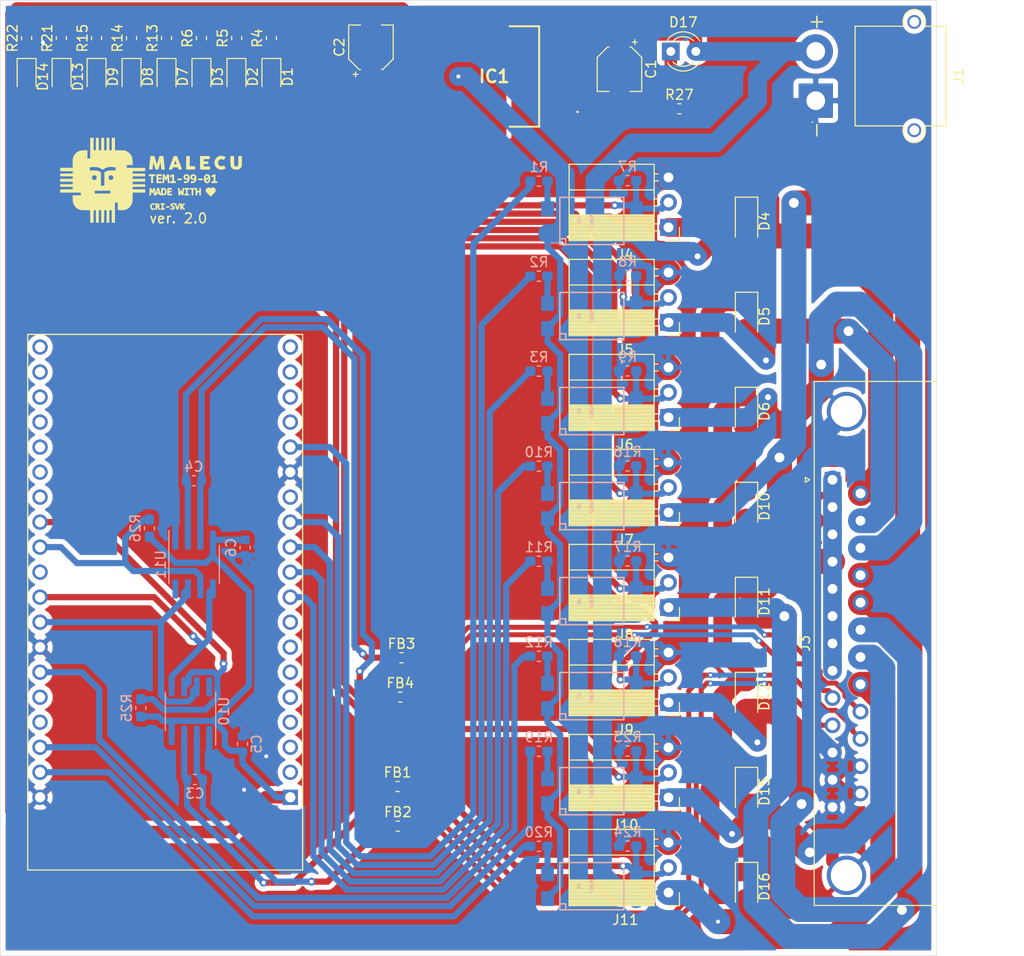
<source format=kicad_pcb>
(kicad_pcb (version 20171130) (host pcbnew "(5.1.4)-1")
  (layers (0 F.Cu signal) (31 B.Cu signal) (34 B.Paste user) (35 F.Paste user) (36 B.SilkS user) (37 F.SilkS user) (38 B.Mask user) (39 F.Mask user) (44 Edge.Cuts user))
  (net 0 "")
  (net 1 GND)
  (net 2 +12V)
  (net 3 +3V3)
  (net 4 "Net-(C3-Pad1)")
  (net 5 "Net-(C3-Pad2)")
  (net 6 "Net-(C4-Pad2)")
  (net 7 "Net-(C4-Pad1)")
  (net 8 "Net-(D1-Pad1)")
  (net 9 "Net-(D1-Pad2)")
  (net 10 "Net-(D2-Pad1)")
  (net 11 "Net-(D2-Pad2)")
  (net 12 "Net-(D3-Pad2)")
  (net 13 "Net-(D3-Pad1)")
  (net 14 /LOAD_0)
  (net 15 /LOAD_1)
  (net 16 /LOAD_2)
  (net 17 "Net-(D7-Pad2)")
  (net 18 "Net-(D7-Pad1)")
  (net 19 "Net-(D8-Pad2)")
  (net 20 "Net-(D8-Pad1)")
  (net 21 "Net-(D9-Pad2)")
  (net 22 "Net-(D9-Pad1)")
  (net 23 /LOAD_3)
  (net 24 /LOAD_4)
  (net 25 /LOAD_5)
  (net 26 "Net-(D13-Pad1)")
  (net 27 "Net-(D13-Pad2)")
  (net 28 "Net-(D14-Pad1)")
  (net 29 "Net-(D14-Pad2)")
  (net 30 /LOAD_6)
  (net 31 /LOAD_7)
  (net 32 "Net-(D17-Pad1)")
  (net 33 "Net-(R1-Pad1)")
  (net 34 /CON_0)
  (net 35 /CON_1)
  (net 36 "Net-(R2-Pad1)")
  (net 37 "Net-(R3-Pad1)")
  (net 38 /CON_2)
  (net 39 "Net-(R10-Pad1)")
  (net 40 /CON_3)
  (net 41 /CON_4)
  (net 42 "Net-(R11-Pad1)")
  (net 43 /CON_5)
  (net 44 "Net-(R12-Pad1)")
  (net 45 "Net-(R19-Pad1)")
  (net 46 /CON_6)
  (net 47 /CON_7)
  (net 48 "Net-(R20-Pad1)")
  (net 49 /SPI_CS_0)
  (net 50 /SPI_CS_1)
  (net 51 "Net-(U1-Pad2)")
  (net 52 "Net-(U1-Pad19)")
  (net 53 "Net-(U1-Pad3)")
  (net 54 "Net-(U1-Pad4)")
  (net 55 "Net-(U1-Pad5)")
  (net 56 "Net-(U1-Pad6)")
  (net 57 "Net-(U1-Pad7)")
  (net 58 "Net-(U1-Pad8)")
  (net 59 "Net-(U1-Pad13)")
  (net 60 "Net-(U1-Pad16)")
  (net 61 "Net-(U1-Pad17)")
  (net 62 "Net-(U1-Pad18)")
  (net 63 "Net-(U1-Pad23)")
  (net 64 "Net-(U1-Pad24)")
  (net 65 /SPI_MISO)
  (net 66 /SPI_SCK)
  (net 67 "Net-(U1-Pad29)")
  (net 68 "Net-(U1-Pad32)")
  (net 69 "Net-(U1-Pad33)")
  (net 70 "Net-(U1-Pad34)")
  (net 71 "Net-(U1-Pad35)")
  (net 72 "Net-(U1-Pad36)")
  (net 73 "Net-(U1-Pad37)")
  (net 74 "Net-(U1-Pad38)")
  (net 75 /T_0+)
  (net 76 /T_0-)
  (net 77 /T_1+)
  (net 78 /T_1-)
  (module logo:malecu (layer F.Cu) (at 85.925 56.6)
    (fp_text reference G*** hide)
    (fp_text value LOGO hide)
  )
  (module Capacitor_SMD:CP_Elec_4x5.3 (layer F.Cu) (at 133.475 45.325 270)
    (fp_text reference C1 (at 0 -3.2 90) (layer F.SilkS))
    (fp_text value 10µF)
    (pad 2 smd roundrect (at 1.8 0 270) (size 2.6 1.6) (layers F.Cu F.Paste F.Mask) (roundrect_rratio 0.15625) (net 1 GND))
    (pad 1 smd roundrect (at -1.8 0 270) (size 2.6 1.6) (layers F.Cu F.Paste F.Mask) (roundrect_rratio 0.15625) (net 2 +12V))
  )
  (module Capacitor_SMD:CP_Elec_4x5.3 (layer F.Cu) (at 108.25 43.1 90)
    (fp_text reference C2 (at 0 -3.2 90) (layer F.SilkS))
    (fp_text value 10µF)
    (pad 1 smd roundrect (at -1.8 0 90) (size 2.6 1.6) (layers F.Cu F.Paste F.Mask) (roundrect_rratio 0.15625) (net 3 +3V3))
    (pad 2 smd roundrect (at 1.8 0 90) (size 2.6 1.6) (layers F.Cu F.Paste F.Mask) (roundrect_rratio 0.15625) (net 1 GND))
  )
  (module Capacitor_SMD:C_0603_1608Metric (layer B.Cu) (at 90.385 117.455)
    (fp_text reference C3 (at 0 1.43) (layer B.SilkS) (effects (justify mirror)))
    (fp_text value 10nF)
    (pad 1 smd roundrect (at -0.7875 0) (size 0.875 0.95) (layers B.Cu B.Paste B.Mask) (net 4 "Net-(C3-Pad1)"))
    (pad 2 smd roundrect (at 0.7875 0) (size 0.875 0.95) (layers B.Cu B.Paste B.Mask) (net 5 "Net-(C3-Pad2)"))
  )
  (module Capacitor_SMD:C_0603_1608Metric (layer B.Cu) (at 90.275 87.125 180)
    (fp_text reference C4 (at 0 1.43) (layer B.SilkS) (effects (justify mirror)))
    (fp_text value 10nF)
    (pad 2 smd roundrect (at 0.7875 0 180) (size 0.875 0.95) (layers B.Cu B.Paste B.Mask) (net 6 "Net-(C4-Pad2)"))
    (pad 1 smd roundrect (at -0.7875 0 180) (size 0.875 0.95) (layers B.Cu B.Paste B.Mask) (net 7 "Net-(C4-Pad1)"))
  )
  (module Capacitor_SMD:C_0603_1608Metric (layer B.Cu) (at 95.215 113.8525 90)
    (fp_text reference C5 (at 0 1.43 270) (layer B.SilkS) (effects (justify mirror)))
    (fp_text value 100nF)
    (pad 2 smd roundrect (at 0.7875 0 90) (size 0.875 0.95) (layers B.Cu B.Paste B.Mask) (net 1 GND))
    (pad 1 smd roundrect (at -0.7875 0 90) (size 0.875 0.95) (layers B.Cu B.Paste B.Mask) (net 3 +3V3))
  )
  (module Capacitor_SMD:C_0603_1608Metric (layer B.Cu) (at 95.475 93.9075 270)
    (fp_text reference C6 (at 0 1.43 270) (layer B.SilkS) (effects (justify mirror)))
    (fp_text value 100nF)
    (pad 1 smd roundrect (at -0.7875 0 270) (size 0.875 0.95) (layers B.Cu B.Paste B.Mask) (net 3 +3V3))
    (pad 2 smd roundrect (at 0.7875 0 270) (size 0.875 0.95) (layers B.Cu B.Paste B.Mask) (net 1 GND))
  )
  (module LED_SMD:LED_0805_2012Metric_Pad1.15x1.40mm_HandSolder (layer F.Cu) (at 98.15 46.1 270)
    (fp_text reference D1 (at 0 -1.65 90) (layer F.SilkS))
    (fp_text value LED)
    (pad 1 smd roundrect (at -1.025 0 270) (size 1.15 1.4) (layers F.Cu F.Paste F.Mask) (roundrect_rratio 0.217391) (net 8 "Net-(D1-Pad1)"))
    (pad 2 smd roundrect (at 1.025 0 270) (size 1.15 1.4) (layers F.Cu F.Paste F.Mask) (roundrect_rratio 0.217391) (net 9 "Net-(D1-Pad2)"))
  )
  (module LED_SMD:LED_0805_2012Metric_Pad1.15x1.40mm_HandSolder (layer F.Cu) (at 94.6 46.1 270)
    (fp_text reference D2 (at 0 -1.65 90) (layer F.SilkS))
    (fp_text value LED)
    (pad 1 smd roundrect (at -1.025 0 270) (size 1.15 1.4) (layers F.Cu F.Paste F.Mask) (roundrect_rratio 0.217391) (net 10 "Net-(D2-Pad1)"))
    (pad 2 smd roundrect (at 1.025 0 270) (size 1.15 1.4) (layers F.Cu F.Paste F.Mask) (roundrect_rratio 0.217391) (net 11 "Net-(D2-Pad2)"))
  )
  (module LED_SMD:LED_0805_2012Metric_Pad1.15x1.40mm_HandSolder (layer F.Cu) (at 91.05 46.1 270)
    (fp_text reference D3 (at 0 -1.65 90) (layer F.SilkS))
    (fp_text value LED)
    (pad 2 smd roundrect (at 1.025 0 270) (size 1.15 1.4) (layers F.Cu F.Paste F.Mask) (roundrect_rratio 0.217391) (net 12 "Net-(D3-Pad2)"))
    (pad 1 smd roundrect (at -1.025 0 270) (size 1.15 1.4) (layers F.Cu F.Paste F.Mask) (roundrect_rratio 0.217391) (net 13 "Net-(D3-Pad1)"))
  )
  (module Diode_SMD:D_1206_3216Metric_Pad1.42x1.75mm_HandSolder (layer F.Cu) (at 146.375 60.7775 270)
    (fp_text reference D4 (at 0 -1.82 90) (layer F.SilkS))
    (fp_text value D)
    (pad 1 smd roundrect (at -1.4875 0 270) (size 1.425 1.75) (layers F.Cu F.Paste F.Mask) (roundrect_rratio 0.175439) (net 2 +12V))
    (pad 2 smd roundrect (at 1.4875 0 270) (size 1.425 1.75) (layers F.Cu F.Paste F.Mask) (roundrect_rratio 0.175439) (net 14 /LOAD_0))
  )
  (module Diode_SMD:D_1206_3216Metric_Pad1.42x1.75mm_HandSolder (layer F.Cu) (at 146.375 70.4375 270)
    (fp_text reference D5 (at 0 -1.82 90) (layer F.SilkS))
    (fp_text value D)
    (pad 2 smd roundrect (at 1.4875 0 270) (size 1.425 1.75) (layers F.Cu F.Paste F.Mask) (roundrect_rratio 0.175439) (net 15 /LOAD_1))
    (pad 1 smd roundrect (at -1.4875 0 270) (size 1.425 1.75) (layers F.Cu F.Paste F.Mask) (roundrect_rratio 0.175439) (net 2 +12V))
  )
  (module Diode_SMD:D_1206_3216Metric_Pad1.42x1.75mm_HandSolder (layer F.Cu) (at 146.375 80.0875 270)
    (fp_text reference D6 (at 0 -1.82 90) (layer F.SilkS))
    (fp_text value D)
    (pad 2 smd roundrect (at 1.4875 0 270) (size 1.425 1.75) (layers F.Cu F.Paste F.Mask) (roundrect_rratio 0.175439) (net 16 /LOAD_2))
    (pad 1 smd roundrect (at -1.4875 0 270) (size 1.425 1.75) (layers F.Cu F.Paste F.Mask) (roundrect_rratio 0.175439) (net 2 +12V))
  )
  (module LED_SMD:LED_0805_2012Metric_Pad1.15x1.40mm_HandSolder (layer F.Cu) (at 87.5 46.1 270)
    (fp_text reference D7 (at 0 -1.65 90) (layer F.SilkS))
    (fp_text value LED)
    (pad 2 smd roundrect (at 1.025 0 270) (size 1.15 1.4) (layers F.Cu F.Paste F.Mask) (roundrect_rratio 0.217391) (net 17 "Net-(D7-Pad2)"))
    (pad 1 smd roundrect (at -1.025 0 270) (size 1.15 1.4) (layers F.Cu F.Paste F.Mask) (roundrect_rratio 0.217391) (net 18 "Net-(D7-Pad1)"))
  )
  (module LED_SMD:LED_0805_2012Metric_Pad1.15x1.40mm_HandSolder (layer F.Cu) (at 83.95 46.1 270)
    (fp_text reference D8 (at 0 -1.65 90) (layer F.SilkS))
    (fp_text value LED)
    (pad 2 smd roundrect (at 1.025 0 270) (size 1.15 1.4) (layers F.Cu F.Paste F.Mask) (roundrect_rratio 0.217391) (net 19 "Net-(D8-Pad2)"))
    (pad 1 smd roundrect (at -1.025 0 270) (size 1.15 1.4) (layers F.Cu F.Paste F.Mask) (roundrect_rratio 0.217391) (net 20 "Net-(D8-Pad1)"))
  )
  (module LED_SMD:LED_0805_2012Metric_Pad1.15x1.40mm_HandSolder (layer F.Cu) (at 80.4 46.1 270)
    (fp_text reference D9 (at 0 -1.65 90) (layer F.SilkS))
    (fp_text value LED)
    (pad 2 smd roundrect (at 1.025 0 270) (size 1.15 1.4) (layers F.Cu F.Paste F.Mask) (roundrect_rratio 0.217391) (net 21 "Net-(D9-Pad2)"))
    (pad 1 smd roundrect (at -1.025 0 270) (size 1.15 1.4) (layers F.Cu F.Paste F.Mask) (roundrect_rratio 0.217391) (net 22 "Net-(D9-Pad1)"))
  )
  (module Diode_SMD:D_1206_3216Metric_Pad1.42x1.75mm_HandSolder (layer F.Cu) (at 146.375 89.7375 270)
    (fp_text reference D10 (at 0 -1.82 90) (layer F.SilkS))
    (fp_text value D)
    (pad 1 smd roundrect (at -1.4875 0 270) (size 1.425 1.75) (layers F.Cu F.Paste F.Mask) (roundrect_rratio 0.175439) (net 2 +12V))
    (pad 2 smd roundrect (at 1.4875 0 270) (size 1.425 1.75) (layers F.Cu F.Paste F.Mask) (roundrect_rratio 0.175439) (net 23 /LOAD_3))
  )
  (module Diode_SMD:D_1206_3216Metric_Pad1.42x1.75mm_HandSolder (layer F.Cu) (at 146.375 99.3875 270)
    (fp_text reference D11 (at 0 -1.82 90) (layer F.SilkS))
    (fp_text value D)
    (pad 1 smd roundrect (at -1.4875 0 270) (size 1.425 1.75) (layers F.Cu F.Paste F.Mask) (roundrect_rratio 0.175439) (net 2 +12V))
    (pad 2 smd roundrect (at 1.4875 0 270) (size 1.425 1.75) (layers F.Cu F.Paste F.Mask) (roundrect_rratio 0.175439) (net 24 /LOAD_4))
  )
  (module Diode_SMD:D_1206_3216Metric_Pad1.42x1.75mm_HandSolder (layer F.Cu) (at 146.375 109.0375 270)
    (fp_text reference D12 (at 0 -1.82 90) (layer F.SilkS))
    (fp_text value D)
    (pad 2 smd roundrect (at 1.4875 0 270) (size 1.425 1.75) (layers F.Cu F.Paste F.Mask) (roundrect_rratio 0.175439) (net 25 /LOAD_5))
    (pad 1 smd roundrect (at -1.4875 0 270) (size 1.425 1.75) (layers F.Cu F.Paste F.Mask) (roundrect_rratio 0.175439) (net 2 +12V))
  )
  (module LED_SMD:LED_0805_2012Metric_Pad1.15x1.40mm_HandSolder (layer F.Cu) (at 76.85 46.1 270)
    (fp_text reference D13 (at 0 -1.65 90) (layer F.SilkS))
    (fp_text value LED)
    (pad 1 smd roundrect (at -1.025 0 270) (size 1.15 1.4) (layers F.Cu F.Paste F.Mask) (roundrect_rratio 0.217391) (net 26 "Net-(D13-Pad1)"))
    (pad 2 smd roundrect (at 1.025 0 270) (size 1.15 1.4) (layers F.Cu F.Paste F.Mask) (roundrect_rratio 0.217391) (net 27 "Net-(D13-Pad2)"))
  )
  (module LED_SMD:LED_0805_2012Metric_Pad1.15x1.40mm_HandSolder (layer F.Cu) (at 73.3 46.1 270)
    (fp_text reference D14 (at 0 -1.65 90) (layer F.SilkS))
    (fp_text value LED)
    (pad 1 smd roundrect (at -1.025 0 270) (size 1.15 1.4) (layers F.Cu F.Paste F.Mask) (roundrect_rratio 0.217391) (net 28 "Net-(D14-Pad1)"))
    (pad 2 smd roundrect (at 1.025 0 270) (size 1.15 1.4) (layers F.Cu F.Paste F.Mask) (roundrect_rratio 0.217391) (net 29 "Net-(D14-Pad2)"))
  )
  (module Diode_SMD:D_1206_3216Metric_Pad1.42x1.75mm_HandSolder (layer F.Cu) (at 146.375 118.6875 270)
    (fp_text reference D15 (at 0 -1.82 90) (layer F.SilkS))
    (fp_text value D)
    (pad 1 smd roundrect (at -1.4875 0 270) (size 1.425 1.75) (layers F.Cu F.Paste F.Mask) (roundrect_rratio 0.175439) (net 2 +12V))
    (pad 2 smd roundrect (at 1.4875 0 270) (size 1.425 1.75) (layers F.Cu F.Paste F.Mask) (roundrect_rratio 0.175439) (net 30 /LOAD_6))
  )
  (module Diode_SMD:D_1206_3216Metric_Pad1.42x1.75mm_HandSolder (layer F.Cu) (at 146.375 128.3375 270)
    (fp_text reference D16 (at 0 -1.82 90) (layer F.SilkS))
    (fp_text value D)
    (pad 2 smd roundrect (at 1.4875 0 270) (size 1.425 1.75) (layers F.Cu F.Paste F.Mask) (roundrect_rratio 0.175439) (net 31 /LOAD_7))
    (pad 1 smd roundrect (at -1.4875 0 270) (size 1.425 1.75) (layers F.Cu F.Paste F.Mask) (roundrect_rratio 0.175439) (net 2 +12V))
  )
  (module LED_THT:LED_D3.0mm (layer F.Cu) (at 138.685 43.525)
    (fp_text reference D17 (at 1.27 -2.96) (layer F.SilkS))
    (fp_text value PWR_LED)
    (pad 1 thru_hole rect (at 0 0) (size 1.8 1.8) (drill 0.9) (layers *.Cu *.Mask) (net 32 "Net-(D17-Pad1)"))
    (pad 2 thru_hole circle (at 2.54 0) (size 1.8 1.8) (drill 0.9) (layers *.Cu *.Mask) (net 2 +12V))
  )
  (module Inductor_SMD:L_0603_1608Metric_Pad1.05x0.95mm_HandSolder (layer F.Cu) (at 110.955 118.175)
    (fp_text reference FB1 (at 0 -1.43) (layer F.SilkS))
    (fp_text value 470Ω)
    (pad 1 smd roundrect (at -0.875 0) (size 1.05 0.95) (layers F.Cu F.Paste F.Mask) (net 4 "Net-(C3-Pad1)"))
    (pad 2 smd roundrect (at 0.875 0) (size 1.05 0.95) (layers F.Cu F.Paste F.Mask) (net 75 /T_0+))
  )
  (module Inductor_SMD:L_0603_1608Metric_Pad1.05x0.95mm_HandSolder (layer F.Cu) (at 110.98 122.2)
    (fp_text reference FB2 (at 0 -1.43) (layer F.SilkS))
    (fp_text value 470Ω)
    (pad 1 smd roundrect (at -0.875 0) (size 1.05 0.95) (layers F.Cu F.Paste F.Mask) (net 5 "Net-(C3-Pad2)"))
    (pad 2 smd roundrect (at 0.875 0) (size 1.05 0.95) (layers F.Cu F.Paste F.Mask) (net 76 /T_0-))
  )
  (module Inductor_SMD:L_0603_1608Metric_Pad1.05x0.95mm_HandSolder (layer F.Cu) (at 111.355 105.1)
    (fp_text reference FB3 (at 0 -1.43) (layer F.SilkS))
    (fp_text value 470Ω)
    (pad 2 smd roundrect (at 0.875 0) (size 1.05 0.95) (layers F.Cu F.Paste F.Mask) (net 77 /T_1+))
    (pad 1 smd roundrect (at -0.875 0) (size 1.05 0.95) (layers F.Cu F.Paste F.Mask) (net 7 "Net-(C4-Pad1)"))
  )
  (module Inductor_SMD:L_0603_1608Metric_Pad1.05x0.95mm_HandSolder (layer F.Cu) (at 111.23 109.1)
    (fp_text reference FB4 (at 0 -1.43) (layer F.SilkS))
    (fp_text value 470Ω)
    (pad 2 smd roundrect (at 0.875 0) (size 1.05 0.95) (layers F.Cu F.Paste F.Mask) (net 78 /T_1-))
    (pad 1 smd roundrect (at -0.875 0) (size 1.05 0.95) (layers F.Cu F.Paste F.Mask) (net 6 "Net-(C4-Pad2)"))
  )
  (module Package_TO_SOT_SMD:LD1085D2T33R (layer F.Cu) (at 117.125 46.065 180)
    (fp_text reference IC1 (at -3.644 0) (layer F.SilkS) (effects (font (size 1.27 1.27) (thickness 0.254))))
    (fp_text value LD1085D2T33R hide)
    (pad 1 smd rect (at -10.275 -2.54 270) (size 1.6 3.5) (layers F.Cu F.Paste F.Mask) (net 1 GND))
    (pad 3 smd rect (at -10.275 2.54 270) (size 1.6 3.5) (layers F.Cu F.Paste F.Mask) (net 2 +12V))
    (pad 4 smd rect (at 0 0 180) (size 9.75 12.2) (layers F.Cu F.Paste F.Mask) (net 3 +3V3))
  )
  (module Connector_AMASS:AMASS_XT30PW-M_1x02_P2.50mm_Horizontal (layer F.Cu) (at 153.4 48.525 270)
    (fp_text reference J1 (at -2.5 -14.5 90) (layer F.SilkS))
    (fp_text value POWER_IN)
    (fp_text user - (at 3 0 90) (layer F.SilkS) (effects (font (size 1.5 1.5))))
    (fp_text user + (at -8 0 90) (layer F.SilkS) (effects (font (size 1.5 1.5))))
    (pad "" thru_hole circle (at 3 -10 270) (size 1.4 1.4) (drill 1) (layers *.Cu *.Mask))
    (pad "" thru_hole circle (at -8 -10 270) (size 1.4 1.4) (drill 1) (layers *.Cu *.Mask))
    (pad 1 thru_hole rect (at 0 0 270) (size 3.5 3.5) (drill 1.9) (layers *.Cu *.Mask) (net 1 GND))
    (pad 2 thru_hole circle (at -5 0 270) (size 3.5 3.5) (drill 1.9) (layers *.Cu *.Mask) (net 2 +12V))
  )
  (module Connector_Dsub:DSUB-25_Female_Horizontal_P2.77x2.84mm_EdgePinOffset7.70mm_Housed_MountingHolesOffset9.12mm (layer F.Cu) (at 155.1 87.025 90)
    (fp_text reference J3 (at -16.62 -2.8 90) (layer F.SilkS))
    (fp_text value DB25_Female_MountingHoles)
    (pad 1 thru_hole rect (at 0 0 90) (size 1.6 1.6) (drill 1) (layers *.Cu *.Mask) (net 2 +12V))
    (pad 2 thru_hole circle (at -2.77 0 90) (size 1.6 1.6) (drill 1) (layers *.Cu *.Mask) (net 2 +12V))
    (pad 3 thru_hole circle (at -5.54 0 90) (size 1.6 1.6) (drill 1) (layers *.Cu *.Mask) (net 2 +12V))
    (pad 4 thru_hole circle (at -8.31 0 90) (size 1.6 1.6) (drill 1) (layers *.Cu *.Mask) (net 2 +12V))
    (pad 5 thru_hole circle (at -11.08 0 90) (size 1.6 1.6) (drill 1) (layers *.Cu *.Mask) (net 2 +12V))
    (pad 6 thru_hole circle (at -13.85 0 90) (size 1.6 1.6) (drill 1) (layers *.Cu *.Mask) (net 2 +12V))
    (pad 7 thru_hole circle (at -16.62 0 90) (size 1.6 1.6) (drill 1) (layers *.Cu *.Mask) (net 2 +12V))
    (pad 8 thru_hole circle (at -19.39 0 90) (size 1.6 1.6) (drill 1) (layers *.Cu *.Mask) (net 2 +12V))
    (pad 9 thru_hole circle (at -22.16 0 90) (size 1.6 1.6) (drill 1) (layers *.Cu *.Mask) (net 78 /T_1-))
    (pad 10 thru_hole circle (at -24.93 0 90) (size 1.6 1.6) (drill 1) (layers *.Cu *.Mask) (net 76 /T_0-))
    (pad 11 thru_hole circle (at -27.7 0 90) (size 1.6 1.6) (drill 1) (layers *.Cu *.Mask) (net 1 GND))
    (pad 12 thru_hole circle (at -30.47 0 90) (size 1.6 1.6) (drill 1) (layers *.Cu *.Mask) (net 1 GND))
    (pad 13 thru_hole circle (at -33.24 0 90) (size 1.6 1.6) (drill 1) (layers *.Cu *.Mask) (net 1 GND))
    (pad 14 thru_hole circle (at -1.385 2.84 90) (size 1.6 1.6) (drill 1) (layers *.Cu *.Mask) (net 14 /LOAD_0))
    (pad 15 thru_hole circle (at -4.155 2.84 90) (size 1.6 1.6) (drill 1) (layers *.Cu *.Mask) (net 15 /LOAD_1))
    (pad 16 thru_hole circle (at -6.925 2.84 90) (size 1.6 1.6) (drill 1) (layers *.Cu *.Mask) (net 16 /LOAD_2))
    (pad 17 thru_hole circle (at -9.695 2.84 90) (size 1.6 1.6) (drill 1) (layers *.Cu *.Mask) (net 23 /LOAD_3))
    (pad 18 thru_hole circle (at -12.465 2.84 90) (size 1.6 1.6) (drill 1) (layers *.Cu *.Mask) (net 24 /LOAD_4))
    (pad 19 thru_hole circle (at -15.235 2.84 90) (size 1.6 1.6) (drill 1) (layers *.Cu *.Mask) (net 25 /LOAD_5))
    (pad 20 thru_hole circle (at -18.005 2.84 90) (size 1.6 1.6) (drill 1) (layers *.Cu *.Mask) (net 30 /LOAD_6))
    (pad 21 thru_hole circle (at -20.775 2.84 90) (size 1.6 1.6) (drill 1) (layers *.Cu *.Mask) (net 31 /LOAD_7))
    (pad 22 thru_hole circle (at -23.545 2.84 90) (size 1.6 1.6) (drill 1) (layers *.Cu *.Mask) (net 77 /T_1+))
    (pad 23 thru_hole circle (at -26.315 2.84 90) (size 1.6 1.6) (drill 1) (layers *.Cu *.Mask) (net 75 /T_0+))
    (pad 24 thru_hole circle (at -29.085 2.84 90) (size 1.6 1.6) (drill 1) (layers *.Cu *.Mask) (net 1 GND))
    (pad 25 thru_hole circle (at -31.855 2.84 90) (size 1.6 1.6) (drill 1) (layers *.Cu *.Mask) (net 1 GND))
    (pad 0 thru_hole circle (at -40.17 1.42 90) (size 4 4) (drill 3.2) (layers *.Cu *.Mask) (net 1 GND))
    (pad 0 thru_hole circle (at 6.93 1.42 90) (size 4 4) (drill 3.2) (layers *.Cu *.Mask) (net 1 GND))
  )
  (module Connector_PinSocket_2.54mm:PinSocket_1x03_P2.54mm_Horizontal (layer F.Cu) (at 135.175 61.395 180)
    (fp_text reference J4 (at 1.1 -2.77) (layer F.SilkS))
    (fp_text value DGS_F)
    (pad 3 thru_hole oval (at -3.28 5.08 180) (size 1.7 1.7) (drill 1) (layers *.Cu *.Mask) (net 1 GND))
    (pad 2 thru_hole oval (at -3.28 2.54 180) (size 1.7 1.7) (drill 1) (layers *.Cu *.Mask) (net 9 "Net-(D1-Pad2)"))
    (pad 1 thru_hole rect (at -3.28 0 180) (size 1.7 1.7) (drill 1) (layers *.Cu *.Mask) (net 14 /LOAD_0))
  )
  (module Connector_PinSocket_2.54mm:PinSocket_1x03_P2.54mm_Horizontal (layer F.Cu) (at 135.175 71.05 180)
    (fp_text reference J5 (at 1.1 -2.77) (layer F.SilkS))
    (fp_text value DGS_F)
    (pad 1 thru_hole rect (at -3.28 0 180) (size 1.7 1.7) (drill 1) (layers *.Cu *.Mask) (net 15 /LOAD_1))
    (pad 2 thru_hole oval (at -3.28 2.54 180) (size 1.7 1.7) (drill 1) (layers *.Cu *.Mask) (net 11 "Net-(D2-Pad2)"))
    (pad 3 thru_hole oval (at -3.28 5.08 180) (size 1.7 1.7) (drill 1) (layers *.Cu *.Mask) (net 1 GND))
  )
  (module Connector_PinSocket_2.54mm:PinSocket_1x03_P2.54mm_Horizontal (layer F.Cu) (at 135.175 80.695 180)
    (fp_text reference J6 (at 1.1 -2.77) (layer F.SilkS))
    (fp_text value DGS_F)
    (pad 1 thru_hole rect (at -3.28 0 180) (size 1.7 1.7) (drill 1) (layers *.Cu *.Mask) (net 16 /LOAD_2))
    (pad 2 thru_hole oval (at -3.28 2.54 180) (size 1.7 1.7) (drill 1) (layers *.Cu *.Mask) (net 12 "Net-(D3-Pad2)"))
    (pad 3 thru_hole oval (at -3.28 5.08 180) (size 1.7 1.7) (drill 1) (layers *.Cu *.Mask) (net 1 GND))
  )
  (module Connector_PinSocket_2.54mm:PinSocket_1x03_P2.54mm_Horizontal (layer F.Cu) (at 135.175 90.345 180)
    (fp_text reference J7 (at 1.1 -2.77) (layer F.SilkS))
    (fp_text value DGS_F)
    (pad 3 thru_hole oval (at -3.28 5.08 180) (size 1.7 1.7) (drill 1) (layers *.Cu *.Mask) (net 1 GND))
    (pad 2 thru_hole oval (at -3.28 2.54 180) (size 1.7 1.7) (drill 1) (layers *.Cu *.Mask) (net 17 "Net-(D7-Pad2)"))
    (pad 1 thru_hole rect (at -3.28 0 180) (size 1.7 1.7) (drill 1) (layers *.Cu *.Mask) (net 23 /LOAD_3))
  )
  (module Connector_PinSocket_2.54mm:PinSocket_1x03_P2.54mm_Horizontal (layer F.Cu) (at 135.175 99.995 180)
    (fp_text reference J8 (at 1.1 -2.77) (layer F.SilkS))
    (fp_text value DGS_F)
    (pad 3 thru_hole oval (at -3.28 5.08 180) (size 1.7 1.7) (drill 1) (layers *.Cu *.Mask) (net 1 GND))
    (pad 2 thru_hole oval (at -3.28 2.54 180) (size 1.7 1.7) (drill 1) (layers *.Cu *.Mask) (net 19 "Net-(D8-Pad2)"))
    (pad 1 thru_hole rect (at -3.28 0 180) (size 1.7 1.7) (drill 1) (layers *.Cu *.Mask) (net 24 /LOAD_4))
  )
  (module Connector_PinSocket_2.54mm:PinSocket_1x03_P2.54mm_Horizontal (layer F.Cu) (at 135.175 109.645 180)
    (fp_text reference J9 (at 1.1 -2.77) (layer F.SilkS))
    (fp_text value DGS_F)
    (pad 1 thru_hole rect (at -3.28 0 180) (size 1.7 1.7) (drill 1) (layers *.Cu *.Mask) (net 25 /LOAD_5))
    (pad 2 thru_hole oval (at -3.28 2.54 180) (size 1.7 1.7) (drill 1) (layers *.Cu *.Mask) (net 21 "Net-(D9-Pad2)"))
    (pad 3 thru_hole oval (at -3.28 5.08 180) (size 1.7 1.7) (drill 1) (layers *.Cu *.Mask) (net 1 GND))
  )
  (module Connector_PinSocket_2.54mm:PinSocket_1x03_P2.54mm_Horizontal (layer F.Cu) (at 135.175 119.295 180)
    (fp_text reference J10 (at 1.1 -2.77) (layer F.SilkS))
    (fp_text value DGS_F)
    (pad 1 thru_hole rect (at -3.28 0 180) (size 1.7 1.7) (drill 1) (layers *.Cu *.Mask) (net 30 /LOAD_6))
    (pad 2 thru_hole oval (at -3.28 2.54 180) (size 1.7 1.7) (drill 1) (layers *.Cu *.Mask) (net 27 "Net-(D13-Pad2)"))
    (pad 3 thru_hole oval (at -3.28 5.08 180) (size 1.7 1.7) (drill 1) (layers *.Cu *.Mask) (net 1 GND))
  )
  (module Connector_PinSocket_2.54mm:PinSocket_1x03_P2.54mm_Horizontal (layer F.Cu) (at 135.175 128.945 180)
    (fp_text reference J11 (at 1.1 -2.77) (layer F.SilkS))
    (fp_text value DGS_F)
    (pad 3 thru_hole oval (at -3.28 5.08 180) (size 1.7 1.7) (drill 1) (layers *.Cu *.Mask) (net 1 GND))
    (pad 2 thru_hole oval (at -3.28 2.54 180) (size 1.7 1.7) (drill 1) (layers *.Cu *.Mask) (net 29 "Net-(D14-Pad2)"))
    (pad 1 thru_hole rect (at -3.28 0 180) (size 1.7 1.7) (drill 1) (layers *.Cu *.Mask) (net 31 /LOAD_7))
  )
  (module Resistor_SMD:R_0603_1608Metric_Pad1.05x0.95mm_HandSolder (layer B.Cu) (at 125.3 56.695 180)
    (fp_text reference R1 (at 0 1.43) (layer B.SilkS) (effects (justify mirror)))
    (fp_text value 120R)
    (pad 1 smd roundrect (at -0.875 0 180) (size 1.05 0.95) (layers B.Cu B.Paste B.Mask) (net 33 "Net-(R1-Pad1)"))
    (pad 2 smd roundrect (at 0.875 0 180) (size 1.05 0.95) (layers B.Cu B.Paste B.Mask) (net 34 /CON_0))
  )
  (module Resistor_SMD:R_0603_1608Metric_Pad1.05x0.95mm_HandSolder (layer B.Cu) (at 125.3 66.345 180)
    (fp_text reference R2 (at 0 1.43) (layer B.SilkS) (effects (justify mirror)))
    (fp_text value 120R)
    (pad 2 smd roundrect (at 0.875 0 180) (size 1.05 0.95) (layers B.Cu B.Paste B.Mask) (net 35 /CON_1))
    (pad 1 smd roundrect (at -0.875 0 180) (size 1.05 0.95) (layers B.Cu B.Paste B.Mask) (net 36 "Net-(R2-Pad1)"))
  )
  (module Resistor_SMD:R_0603_1608Metric_Pad1.05x0.95mm_HandSolder (layer B.Cu) (at 125.3 75.995 180)
    (fp_text reference R3 (at 0 1.43) (layer B.SilkS) (effects (justify mirror)))
    (fp_text value 120R)
    (pad 1 smd roundrect (at -0.875 0 180) (size 1.05 0.95) (layers B.Cu B.Paste B.Mask) (net 37 "Net-(R3-Pad1)"))
    (pad 2 smd roundrect (at 0.875 0 180) (size 1.05 0.95) (layers B.Cu B.Paste B.Mask) (net 38 /CON_2))
  )
  (module Resistor_SMD:R_0603_1608Metric_Pad1.05x0.95mm_HandSolder (layer F.Cu) (at 98.15 42.175 90)
    (fp_text reference R4 (at 0 -1.43 90) (layer F.SilkS))
    (fp_text value 1k)
    (pad 2 smd roundrect (at 0.875 0 90) (size 1.05 0.95) (layers F.Cu F.Paste F.Mask) (net 1 GND))
    (pad 1 smd roundrect (at -0.875 0 90) (size 1.05 0.95) (layers F.Cu F.Paste F.Mask) (net 8 "Net-(D1-Pad1)"))
  )
  (module Resistor_SMD:R_0603_1608Metric_Pad1.05x0.95mm_HandSolder (layer F.Cu) (at 94.625 42.175 90)
    (fp_text reference R5 (at 0 -1.43 90) (layer F.SilkS))
    (fp_text value 1k)
    (pad 2 smd roundrect (at 0.875 0 90) (size 1.05 0.95) (layers F.Cu F.Paste F.Mask) (net 1 GND))
    (pad 1 smd roundrect (at -0.875 0 90) (size 1.05 0.95) (layers F.Cu F.Paste F.Mask) (net 10 "Net-(D2-Pad1)"))
  )
  (module Resistor_SMD:R_0603_1608Metric_Pad1.05x0.95mm_HandSolder (layer F.Cu) (at 91.05 42.175 90)
    (fp_text reference R6 (at 0 -1.43 90) (layer F.SilkS))
    (fp_text value 1k)
    (pad 2 smd roundrect (at 0.875 0 90) (size 1.05 0.95) (layers F.Cu F.Paste F.Mask) (net 1 GND))
    (pad 1 smd roundrect (at -0.875 0 90) (size 1.05 0.95) (layers F.Cu F.Paste F.Mask) (net 13 "Net-(D3-Pad1)"))
  )
  (module Resistor_SMD:R_0603_1608Metric_Pad1.05x0.95mm_HandSolder (layer B.Cu) (at 134.3 56.645 180)
    (fp_text reference R7 (at 0 1.43 180) (layer B.SilkS) (effects (justify mirror)))
    (fp_text value 47k)
    (pad 2 smd roundrect (at 0.875 0 180) (size 1.05 0.95) (layers B.Cu B.Paste B.Mask) (net 1 GND))
    (pad 1 smd roundrect (at -0.875 0 180) (size 1.05 0.95) (layers B.Cu B.Paste B.Mask) (net 9 "Net-(D1-Pad2)"))
  )
  (module Resistor_SMD:R_0603_1608Metric_Pad1.05x0.95mm_HandSolder (layer B.Cu) (at 134.3 66.295 180)
    (fp_text reference R8 (at 0 1.43 180) (layer B.SilkS) (effects (justify mirror)))
    (fp_text value 47k)
    (pad 1 smd roundrect (at -0.875 0 180) (size 1.05 0.95) (layers B.Cu B.Paste B.Mask) (net 11 "Net-(D2-Pad2)"))
    (pad 2 smd roundrect (at 0.875 0 180) (size 1.05 0.95) (layers B.Cu B.Paste B.Mask) (net 1 GND))
  )
  (module Resistor_SMD:R_0603_1608Metric_Pad1.05x0.95mm_HandSolder (layer B.Cu) (at 134.3 75.97 180)
    (fp_text reference R9 (at 0 1.43 180) (layer B.SilkS) (effects (justify mirror)))
    (fp_text value 47k)
    (pad 2 smd roundrect (at 0.875 0 180) (size 1.05 0.95) (layers B.Cu B.Paste B.Mask) (net 1 GND))
    (pad 1 smd roundrect (at -0.875 0 180) (size 1.05 0.95) (layers B.Cu B.Paste B.Mask) (net 12 "Net-(D3-Pad2)"))
  )
  (module Resistor_SMD:R_0603_1608Metric_Pad1.05x0.95mm_HandSolder (layer B.Cu) (at 125.3 85.645 180)
    (fp_text reference R10 (at 0 1.43) (layer B.SilkS) (effects (justify mirror)))
    (fp_text value 120R)
    (pad 1 smd roundrect (at -0.875 0 180) (size 1.05 0.95) (layers B.Cu B.Paste B.Mask) (net 39 "Net-(R10-Pad1)"))
    (pad 2 smd roundrect (at 0.875 0 180) (size 1.05 0.95) (layers B.Cu B.Paste B.Mask) (net 40 /CON_3))
  )
  (module Resistor_SMD:R_0603_1608Metric_Pad1.05x0.95mm_HandSolder (layer B.Cu) (at 125.3 95.295 180)
    (fp_text reference R11 (at 0 1.43) (layer B.SilkS) (effects (justify mirror)))
    (fp_text value 120R)
    (pad 2 smd roundrect (at 0.875 0 180) (size 1.05 0.95) (layers B.Cu B.Paste B.Mask) (net 41 /CON_4))
    (pad 1 smd roundrect (at -0.875 0 180) (size 1.05 0.95) (layers B.Cu B.Paste B.Mask) (net 42 "Net-(R11-Pad1)"))
  )
  (module Resistor_SMD:R_0603_1608Metric_Pad1.05x0.95mm_HandSolder (layer B.Cu) (at 125.3 104.945 180)
    (fp_text reference R12 (at 0 1.43) (layer B.SilkS) (effects (justify mirror)))
    (fp_text value 120R)
    (pad 2 smd roundrect (at 0.875 0 180) (size 1.05 0.95) (layers B.Cu B.Paste B.Mask) (net 43 /CON_5))
    (pad 1 smd roundrect (at -0.875 0 180) (size 1.05 0.95) (layers B.Cu B.Paste B.Mask) (net 44 "Net-(R12-Pad1)"))
  )
  (module Resistor_SMD:R_0603_1608Metric_Pad1.05x0.95mm_HandSolder (layer F.Cu) (at 87.5 42.175 90)
    (fp_text reference R13 (at 0 -1.43 90) (layer F.SilkS))
    (fp_text value 1k)
    (pad 1 smd roundrect (at -0.875 0 90) (size 1.05 0.95) (layers F.Cu F.Paste F.Mask) (net 18 "Net-(D7-Pad1)"))
    (pad 2 smd roundrect (at 0.875 0 90) (size 1.05 0.95) (layers F.Cu F.Paste F.Mask) (net 1 GND))
  )
  (module Resistor_SMD:R_0603_1608Metric_Pad1.05x0.95mm_HandSolder (layer F.Cu) (at 83.95 42.175 90)
    (fp_text reference R14 (at 0 -1.43 90) (layer F.SilkS))
    (fp_text value 1k)
    (pad 1 smd roundrect (at -0.875 0 90) (size 1.05 0.95) (layers F.Cu F.Paste F.Mask) (net 20 "Net-(D8-Pad1)"))
    (pad 2 smd roundrect (at 0.875 0 90) (size 1.05 0.95) (layers F.Cu F.Paste F.Mask) (net 1 GND))
  )
  (module Resistor_SMD:R_0603_1608Metric_Pad1.05x0.95mm_HandSolder (layer F.Cu) (at 80.4 42.175 90)
    (fp_text reference R15 (at 0 -1.43 90) (layer F.SilkS))
    (fp_text value 1k)
    (pad 2 smd roundrect (at 0.875 0 90) (size 1.05 0.95) (layers F.Cu F.Paste F.Mask) (net 1 GND))
    (pad 1 smd roundrect (at -0.875 0 90) (size 1.05 0.95) (layers F.Cu F.Paste F.Mask) (net 22 "Net-(D9-Pad1)"))
  )
  (module Resistor_SMD:R_0603_1608Metric_Pad1.05x0.95mm_HandSolder (layer B.Cu) (at 134.3 85.62 180)
    (fp_text reference R16 (at 0 1.43 180) (layer B.SilkS) (effects (justify mirror)))
    (fp_text value 47k)
    (pad 2 smd roundrect (at 0.875 0 180) (size 1.05 0.95) (layers B.Cu B.Paste B.Mask) (net 1 GND))
    (pad 1 smd roundrect (at -0.875 0 180) (size 1.05 0.95) (layers B.Cu B.Paste B.Mask) (net 17 "Net-(D7-Pad2)"))
  )
  (module Resistor_SMD:R_0603_1608Metric_Pad1.05x0.95mm_HandSolder (layer B.Cu) (at 134.3 95.27 180)
    (fp_text reference R17 (at 0 1.43 180) (layer B.SilkS) (effects (justify mirror)))
    (fp_text value 47k)
    (pad 1 smd roundrect (at -0.875 0 180) (size 1.05 0.95) (layers B.Cu B.Paste B.Mask) (net 19 "Net-(D8-Pad2)"))
    (pad 2 smd roundrect (at 0.875 0 180) (size 1.05 0.95) (layers B.Cu B.Paste B.Mask) (net 1 GND))
  )
  (module Resistor_SMD:R_0603_1608Metric_Pad1.05x0.95mm_HandSolder (layer B.Cu) (at 134.3 104.92 180)
    (fp_text reference R18 (at 0 1.43 180) (layer B.SilkS) (effects (justify mirror)))
    (fp_text value 47k)
    (pad 1 smd roundrect (at -0.875 0 180) (size 1.05 0.95) (layers B.Cu B.Paste B.Mask) (net 21 "Net-(D9-Pad2)"))
    (pad 2 smd roundrect (at 0.875 0 180) (size 1.05 0.95) (layers B.Cu B.Paste B.Mask) (net 1 GND))
  )
  (module Resistor_SMD:R_0603_1608Metric_Pad1.05x0.95mm_HandSolder (layer B.Cu) (at 125.3 114.595 180)
    (fp_text reference R19 (at 0 1.43) (layer B.SilkS) (effects (justify mirror)))
    (fp_text value 120R)
    (pad 1 smd roundrect (at -0.875 0 180) (size 1.05 0.95) (layers B.Cu B.Paste B.Mask) (net 45 "Net-(R19-Pad1)"))
    (pad 2 smd roundrect (at 0.875 0 180) (size 1.05 0.95) (layers B.Cu B.Paste B.Mask) (net 46 /CON_6))
  )
  (module Resistor_SMD:R_0603_1608Metric_Pad1.05x0.95mm_HandSolder (layer B.Cu) (at 125.3 124.245 180)
    (fp_text reference R20 (at 0 1.43) (layer B.SilkS) (effects (justify mirror)))
    (fp_text value 120R)
    (pad 2 smd roundrect (at 0.875 0 180) (size 1.05 0.95) (layers B.Cu B.Paste B.Mask) (net 47 /CON_7))
    (pad 1 smd roundrect (at -0.875 0 180) (size 1.05 0.95) (layers B.Cu B.Paste B.Mask) (net 48 "Net-(R20-Pad1)"))
  )
  (module Resistor_SMD:R_0603_1608Metric_Pad1.05x0.95mm_HandSolder (layer F.Cu) (at 76.825 42.175 90)
    (fp_text reference R21 (at 0 -1.43 90) (layer F.SilkS))
    (fp_text value 1k)
    (pad 1 smd roundrect (at -0.875 0 90) (size 1.05 0.95) (layers F.Cu F.Paste F.Mask) (net 26 "Net-(D13-Pad1)"))
    (pad 2 smd roundrect (at 0.875 0 90) (size 1.05 0.95) (layers F.Cu F.Paste F.Mask) (net 1 GND))
  )
  (module Resistor_SMD:R_0603_1608Metric_Pad1.05x0.95mm_HandSolder (layer F.Cu) (at 73.3 42.175 90)
    (fp_text reference R22 (at 0 -1.43 90) (layer F.SilkS))
    (fp_text value 1k)
    (pad 2 smd roundrect (at 0.875 0 90) (size 1.05 0.95) (layers F.Cu F.Paste F.Mask) (net 1 GND))
    (pad 1 smd roundrect (at -0.875 0 90) (size 1.05 0.95) (layers F.Cu F.Paste F.Mask) (net 28 "Net-(D14-Pad1)"))
  )
  (module Resistor_SMD:R_0603_1608Metric_Pad1.05x0.95mm_HandSolder (layer B.Cu) (at 134.3 114.57 180)
    (fp_text reference R23 (at 0 1.43 180) (layer B.SilkS) (effects (justify mirror)))
    (fp_text value 47k)
    (pad 2 smd roundrect (at 0.875 0 180) (size 1.05 0.95) (layers B.Cu B.Paste B.Mask) (net 1 GND))
    (pad 1 smd roundrect (at -0.875 0 180) (size 1.05 0.95) (layers B.Cu B.Paste B.Mask) (net 27 "Net-(D13-Pad2)"))
  )
  (module Resistor_SMD:R_0603_1608Metric_Pad1.05x0.95mm_HandSolder (layer B.Cu) (at 134.3 124.22 180)
    (fp_text reference R24 (at 0 1.43 180) (layer B.SilkS) (effects (justify mirror)))
    (fp_text value 47k)
    (pad 1 smd roundrect (at -0.875 0 180) (size 1.05 0.95) (layers B.Cu B.Paste B.Mask) (net 29 "Net-(D14-Pad2)"))
    (pad 2 smd roundrect (at 0.875 0 180) (size 1.05 0.95) (layers B.Cu B.Paste B.Mask) (net 1 GND))
  )
  (module Resistor_SMD:R_0603_1608Metric_Pad1.05x0.95mm_HandSolder (layer B.Cu) (at 84.895 110.19 270)
    (fp_text reference R25 (at 0 1.43 270) (layer B.SilkS) (effects (justify mirror)))
    (fp_text value 10k)
    (pad 1 smd roundrect (at -0.875 0 270) (size 1.05 0.95) (layers B.Cu B.Paste B.Mask) (net 49 /SPI_CS_0))
    (pad 2 smd roundrect (at 0.875 0 270) (size 1.05 0.95) (layers B.Cu B.Paste B.Mask) (net 3 +3V3))
  )
  (module Resistor_SMD:R_0603_1608Metric_Pad1.05x0.95mm_HandSolder (layer B.Cu) (at 85.77 91.935 270)
    (fp_text reference R26 (at 0 1.43 270) (layer B.SilkS) (effects (justify mirror)))
    (fp_text value 10k)
    (pad 2 smd roundrect (at 0.875 0 270) (size 1.05 0.95) (layers B.Cu B.Paste B.Mask) (net 3 +3V3))
    (pad 1 smd roundrect (at -0.875 0 270) (size 1.05 0.95) (layers B.Cu B.Paste B.Mask) (net 50 /SPI_CS_1))
  )
  (module Resistor_SMD:R_0603_1608Metric_Pad1.05x0.95mm_HandSolder (layer F.Cu) (at 139.55 49.35)
    (fp_text reference R27 (at 0 -1.43) (layer F.SilkS))
    (fp_text value 1k)
    (pad 1 smd roundrect (at -0.875 0) (size 1.05 0.95) (layers F.Cu F.Paste F.Mask) (net 32 "Net-(D17-Pad1)"))
    (pad 2 smd roundrect (at 0.875 0) (size 1.05 0.95) (layers F.Cu F.Paste F.Mask) (net 1 GND))
  )
  (module Module:MODULE_ESP32-DEVKITC-32D (layer F.Cu) (at 87.365 99.505 180)
    (fp_text reference U1 (at -10.829175 -28.446045) (layer F.SilkS) (effects (font (size 1.000386 1.000386) (thickness 0.015))))
    (fp_text value ESP32-DEVKITC-32D)
    (pad 1 thru_hole rect (at -12.7 -19.76 180) (size 1.56 1.56) (drill 1.04) (layers *.Cu *.Mask) (net 3 +3V3))
    (pad 2 thru_hole circle (at -12.7 -17.22 180) (size 1.56 1.56) (drill 1.04) (layers *.Cu *.Mask) (net 51 "Net-(U1-Pad2)"))
    (pad 19 thru_hole circle (at -12.7 25.96 180) (size 1.56 1.56) (drill 1.04) (layers *.Cu *.Mask) (net 52 "Net-(U1-Pad19)"))
    (pad 3 thru_hole circle (at -12.7 -14.68 180) (size 1.56 1.56) (drill 1.04) (layers *.Cu *.Mask) (net 53 "Net-(U1-Pad3)"))
    (pad 4 thru_hole circle (at -12.7 -12.14 180) (size 1.56 1.56) (drill 1.04) (layers *.Cu *.Mask) (net 54 "Net-(U1-Pad4)"))
    (pad 5 thru_hole circle (at -12.7 -9.6 180) (size 1.56 1.56) (drill 1.04) (layers *.Cu *.Mask) (net 55 "Net-(U1-Pad5)"))
    (pad 6 thru_hole circle (at -12.7 -7.06 180) (size 1.56 1.56) (drill 1.04) (layers *.Cu *.Mask) (net 56 "Net-(U1-Pad6)"))
    (pad 7 thru_hole circle (at -12.7 -4.52 180) (size 1.56 1.56) (drill 1.04) (layers *.Cu *.Mask) (net 57 "Net-(U1-Pad7)"))
    (pad 8 thru_hole circle (at -12.7 -1.98 180) (size 1.56 1.56) (drill 1.04) (layers *.Cu *.Mask) (net 58 "Net-(U1-Pad8)"))
    (pad 9 thru_hole circle (at -12.7 0.56 180) (size 1.56 1.56) (drill 1.04) (layers *.Cu *.Mask) (net 41 /CON_4))
    (pad 10 thru_hole circle (at -12.7 3.1 180) (size 1.56 1.56) (drill 1.04) (layers *.Cu *.Mask) (net 40 /CON_3))
    (pad 11 thru_hole circle (at -12.7 5.64 180) (size 1.56 1.56) (drill 1.04) (layers *.Cu *.Mask) (net 38 /CON_2))
    (pad 12 thru_hole circle (at -12.7 8.18 180) (size 1.56 1.56) (drill 1.04) (layers *.Cu *.Mask) (net 35 /CON_1))
    (pad 13 thru_hole circle (at -12.7 10.72 180) (size 1.56 1.56) (drill 1.04) (layers *.Cu *.Mask) (net 59 "Net-(U1-Pad13)"))
    (pad 14 thru_hole circle (at -12.7 13.26 180) (size 1.56 1.56) (drill 1.04) (layers *.Cu *.Mask) (net 1 GND))
    (pad 15 thru_hole circle (at -12.7 15.8 180) (size 1.56 1.56) (drill 1.04) (layers *.Cu *.Mask) (net 34 /CON_0))
    (pad 16 thru_hole circle (at -12.7 18.34 180) (size 1.56 1.56) (drill 1.04) (layers *.Cu *.Mask) (net 60 "Net-(U1-Pad16)"))
    (pad 17 thru_hole circle (at -12.7 20.88 180) (size 1.56 1.56) (drill 1.04) (layers *.Cu *.Mask) (net 61 "Net-(U1-Pad17)"))
    (pad 18 thru_hole circle (at -12.7 23.42 180) (size 1.56 1.56) (drill 1.04) (layers *.Cu *.Mask) (net 62 "Net-(U1-Pad18)"))
    (pad 20 thru_hole circle (at 12.7 -19.76 180) (size 1.56 1.56) (drill 1.04) (layers *.Cu *.Mask) (net 1 GND))
    (pad 21 thru_hole circle (at 12.7 -17.22 180) (size 1.56 1.56) (drill 1.04) (layers *.Cu *.Mask) (net 47 /CON_7))
    (pad 22 thru_hole circle (at 12.7 -14.68 180) (size 1.56 1.56) (drill 1.04) (layers *.Cu *.Mask) (net 46 /CON_6))
    (pad 23 thru_hole circle (at 12.7 -12.14 180) (size 1.56 1.56) (drill 1.04) (layers *.Cu *.Mask) (net 63 "Net-(U1-Pad23)"))
    (pad 24 thru_hole circle (at 12.7 -9.6 180) (size 1.56 1.56) (drill 1.04) (layers *.Cu *.Mask) (net 64 "Net-(U1-Pad24)"))
    (pad 25 thru_hole circle (at 12.7 -7.06 180) (size 1.56 1.56) (drill 1.04) (layers *.Cu *.Mask) (net 43 /CON_5))
    (pad 26 thru_hole circle (at 12.7 -4.52 180) (size 1.56 1.56) (drill 1.04) (layers *.Cu *.Mask) (net 1 GND))
    (pad 27 thru_hole circle (at 12.7 -1.98 180) (size 1.56 1.56) (drill 1.04) (layers *.Cu *.Mask) (net 65 /SPI_MISO))
    (pad 28 thru_hole circle (at 12.7 0.56 180) (size 1.56 1.56) (drill 1.04) (layers *.Cu *.Mask) (net 66 /SPI_SCK))
    (pad 29 thru_hole circle (at 12.7 3.1 180) (size 1.56 1.56) (drill 1.04) (layers *.Cu *.Mask) (net 67 "Net-(U1-Pad29)"))
    (pad 30 thru_hole circle (at 12.7 5.64 180) (size 1.56 1.56) (drill 1.04) (layers *.Cu *.Mask) (net 50 /SPI_CS_1))
    (pad 31 thru_hole circle (at 12.7 8.18 180) (size 1.56 1.56) (drill 1.04) (layers *.Cu *.Mask) (net 49 /SPI_CS_0))
    (pad 32 thru_hole circle (at 12.7 10.72 180) (size 1.56 1.56) (drill 1.04) (layers *.Cu *.Mask) (net 68 "Net-(U1-Pad32)"))
    (pad 33 thru_hole circle (at 12.7 13.26 180) (size 1.56 1.56) (drill 1.04) (layers *.Cu *.Mask) (net 69 "Net-(U1-Pad33)"))
    (pad 34 thru_hole circle (at 12.7 15.8 180) (size 1.56 1.56) (drill 1.04) (layers *.Cu *.Mask) (net 70 "Net-(U1-Pad34)"))
    (pad 35 thru_hole circle (at 12.7 18.34 180) (size 1.56 1.56) (drill 1.04) (layers *.Cu *.Mask) (net 71 "Net-(U1-Pad35)"))
    (pad 36 thru_hole circle (at 12.7 20.88 180) (size 1.56 1.56) (drill 1.04) (layers *.Cu *.Mask) (net 72 "Net-(U1-Pad36)"))
    (pad 37 thru_hole circle (at 12.7 23.42 180) (size 1.56 1.56) (drill 1.04) (layers *.Cu *.Mask) (net 73 "Net-(U1-Pad37)"))
    (pad 38 thru_hole circle (at 12.7 25.96 180) (size 1.56 1.56) (drill 1.04) (layers *.Cu *.Mask) (net 74 "Net-(U1-Pad38)"))
  )
  (module misc:OPTO-SMD4 (layer B.Cu) (at 130.675 60.745 90)
    (fp_text reference U2 (at 0 -1.30048 270) (layer B.SilkS) (effects (font (size 0.29972 0.29972) (thickness 0.0762)) (justify mirror)))
    (fp_text value PC817 (at 0 0 270) (layer B.SilkS) (effects (font (size 0.29972 0.29972) (thickness 0.0762)) (justify mirror)))
    (pad 4 smd rect (at -1.27 4.5 90) (size 1.4986 1.29794) (layers B.Cu B.Paste B.Mask) (net 2 +12V))
    (pad 3 smd rect (at 1.27 4.5 90) (size 1.4986 1.29794) (layers B.Cu B.Paste B.Mask) (net 9 "Net-(D1-Pad2)"))
    (pad 2 smd rect (at 1.27 -4.49834 270) (size 1.4986 1.29794) (layers B.Cu B.Paste B.Mask) (net 33 "Net-(R1-Pad1)"))
    (pad 1 smd rect (at -1.27 -4.49834 270) (size 1.4986 1.29794) (layers B.Cu B.Paste B.Mask) (net 3 +3V3))
  )
  (module misc:OPTO-SMD4 (layer B.Cu) (at 130.675 70.395 90)
    (fp_text reference U3 (at 0 -1.30048 90) (layer B.SilkS) (effects (font (size 0.29972 0.29972) (thickness 0.0762)) (justify mirror)))
    (fp_text value PC817 (at 0 0 90) (layer B.SilkS) (effects (font (size 0.29972 0.29972) (thickness 0.0762)) (justify mirror)))
    (pad 4 smd rect (at -1.27 4.5 90) (size 1.4986 1.29794) (layers B.Cu B.Paste B.Mask) (net 2 +12V))
    (pad 3 smd rect (at 1.27 4.5 90) (size 1.4986 1.29794) (layers B.Cu B.Paste B.Mask) (net 11 "Net-(D2-Pad2)"))
    (pad 2 smd rect (at 1.27 -4.49834 270) (size 1.4986 1.29794) (layers B.Cu B.Paste B.Mask) (net 36 "Net-(R2-Pad1)"))
    (pad 1 smd rect (at -1.27 -4.49834 270) (size 1.4986 1.29794) (layers B.Cu B.Paste B.Mask) (net 3 +3V3))
  )
  (module misc:OPTO-SMD4 (layer B.Cu) (at 130.675 80.045 90)
    (fp_text reference U4 (at 0 -1.30048 90) (layer B.SilkS) (effects (font (size 0.29972 0.29972) (thickness 0.0762)) (justify mirror)))
    (fp_text value PC817 (at 0 0 90) (layer B.SilkS) (effects (font (size 0.29972 0.29972) (thickness 0.0762)) (justify mirror)))
    (pad 4 smd rect (at -1.27 4.5 90) (size 1.4986 1.29794) (layers B.Cu B.Paste B.Mask) (net 2 +12V))
    (pad 3 smd rect (at 1.27 4.5 90) (size 1.4986 1.29794) (layers B.Cu B.Paste B.Mask) (net 12 "Net-(D3-Pad2)"))
    (pad 2 smd rect (at 1.27 -4.49834 270) (size 1.4986 1.29794) (layers B.Cu B.Paste B.Mask) (net 37 "Net-(R3-Pad1)"))
    (pad 1 smd rect (at -1.27 -4.49834 270) (size 1.4986 1.29794) (layers B.Cu B.Paste B.Mask) (net 3 +3V3))
  )
  (module misc:OPTO-SMD4 (layer B.Cu) (at 130.675 89.695 90)
    (fp_text reference U5 (at 0 -1.30048 90) (layer B.SilkS) (effects (font (size 0.29972 0.29972) (thickness 0.0762)) (justify mirror)))
    (fp_text value PC817 (at 0 0 90) (layer B.SilkS) (effects (font (size 0.29972 0.29972) (thickness 0.0762)) (justify mirror)))
    (pad 1 smd rect (at -1.27 -4.49834 270) (size 1.4986 1.29794) (layers B.Cu B.Paste B.Mask) (net 3 +3V3))
    (pad 2 smd rect (at 1.27 -4.49834 270) (size 1.4986 1.29794) (layers B.Cu B.Paste B.Mask) (net 39 "Net-(R10-Pad1)"))
    (pad 3 smd rect (at 1.27 4.5 90) (size 1.4986 1.29794) (layers B.Cu B.Paste B.Mask) (net 17 "Net-(D7-Pad2)"))
    (pad 4 smd rect (at -1.27 4.5 90) (size 1.4986 1.29794) (layers B.Cu B.Paste B.Mask) (net 2 +12V))
  )
  (module misc:OPTO-SMD4 (layer B.Cu) (at 130.675 99.345 90)
    (fp_text reference U6 (at 0 -1.30048 90) (layer B.SilkS) (effects (font (size 0.29972 0.29972) (thickness 0.0762)) (justify mirror)))
    (fp_text value PC817 (at 0 0 90) (layer B.SilkS) (effects (font (size 0.29972 0.29972) (thickness 0.0762)) (justify mirror)))
    (pad 1 smd rect (at -1.27 -4.49834 270) (size 1.4986 1.29794) (layers B.Cu B.Paste B.Mask) (net 3 +3V3))
    (pad 2 smd rect (at 1.27 -4.49834 270) (size 1.4986 1.29794) (layers B.Cu B.Paste B.Mask) (net 42 "Net-(R11-Pad1)"))
    (pad 3 smd rect (at 1.27 4.5 90) (size 1.4986 1.29794) (layers B.Cu B.Paste B.Mask) (net 19 "Net-(D8-Pad2)"))
    (pad 4 smd rect (at -1.27 4.5 90) (size 1.4986 1.29794) (layers B.Cu B.Paste B.Mask) (net 2 +12V))
  )
  (module misc:OPTO-SMD4 (layer B.Cu) (at 130.675 108.995 90)
    (fp_text reference U7 (at 0 -1.30048 90) (layer B.SilkS) (effects (font (size 0.29972 0.29972) (thickness 0.0762)) (justify mirror)))
    (fp_text value PC817 (at 0 0 90) (layer B.SilkS) (effects (font (size 0.29972 0.29972) (thickness 0.0762)) (justify mirror)))
    (pad 1 smd rect (at -1.27 -4.49834 270) (size 1.4986 1.29794) (layers B.Cu B.Paste B.Mask) (net 3 +3V3))
    (pad 2 smd rect (at 1.27 -4.49834 270) (size 1.4986 1.29794) (layers B.Cu B.Paste B.Mask) (net 44 "Net-(R12-Pad1)"))
    (pad 3 smd rect (at 1.27 4.5 90) (size 1.4986 1.29794) (layers B.Cu B.Paste B.Mask) (net 21 "Net-(D9-Pad2)"))
    (pad 4 smd rect (at -1.27 4.5 90) (size 1.4986 1.29794) (layers B.Cu B.Paste B.Mask) (net 2 +12V))
  )
  (module misc:OPTO-SMD4 (layer B.Cu) (at 130.675 118.645 90)
    (fp_text reference U8 (at 0 -1.30048 90) (layer B.SilkS) (effects (font (size 0.29972 0.29972) (thickness 0.0762)) (justify mirror)))
    (fp_text value PC817 (at 0 0 90) (layer B.SilkS) (effects (font (size 0.29972 0.29972) (thickness 0.0762)) (justify mirror)))
    (pad 4 smd rect (at -1.27 4.5 90) (size 1.4986 1.29794) (layers B.Cu B.Paste B.Mask) (net 2 +12V))
    (pad 3 smd rect (at 1.27 4.5 90) (size 1.4986 1.29794) (layers B.Cu B.Paste B.Mask) (net 27 "Net-(D13-Pad2)"))
    (pad 2 smd rect (at 1.27 -4.49834 270) (size 1.4986 1.29794) (layers B.Cu B.Paste B.Mask) (net 45 "Net-(R19-Pad1)"))
    (pad 1 smd rect (at -1.27 -4.49834 270) (size 1.4986 1.29794) (layers B.Cu B.Paste B.Mask) (net 3 +3V3))
  )
  (module misc:OPTO-SMD4 (layer B.Cu) (at 130.675 128.295 90)
    (fp_text reference U9 (at 0 -1.30048 90) (layer B.SilkS) (effects (font (size 0.29972 0.29972) (thickness 0.0762)) (justify mirror)))
    (fp_text value PC817 (at 0 0 90) (layer B.SilkS) (effects (font (size 0.29972 0.29972) (thickness 0.0762)) (justify mirror)))
    (pad 1 smd rect (at -1.27 -4.49834 270) (size 1.4986 1.29794) (layers B.Cu B.Paste B.Mask) (net 3 +3V3))
    (pad 2 smd rect (at 1.27 -4.49834 270) (size 1.4986 1.29794) (layers B.Cu B.Paste B.Mask) (net 48 "Net-(R20-Pad1)"))
    (pad 3 smd rect (at 1.27 4.5 90) (size 1.4986 1.29794) (layers B.Cu B.Paste B.Mask) (net 29 "Net-(D14-Pad2)"))
    (pad 4 smd rect (at -1.27 4.5 90) (size 1.4986 1.29794) (layers B.Cu B.Paste B.Mask) (net 2 +12V))
  )
  (module Package_SO:SOIC-8_3.9x4.9mm_P1.27mm (layer B.Cu) (at 89.935 110.525 90)
    (fp_text reference U10 (at 0 3.4 270) (layer B.SilkS) (effects (justify mirror)))
    (fp_text value MAX31855EASA)
    (pad 8 smd roundrect (at 2.475 1.905 90) (size 1.95 0.6) (layers B.Cu B.Paste B.Mask))
    (pad 7 smd roundrect (at 2.475 0.635 90) (size 1.95 0.6) (layers B.Cu B.Paste B.Mask) (net 65 /SPI_MISO))
    (pad 6 smd roundrect (at 2.475 -0.635 90) (size 1.95 0.6) (layers B.Cu B.Paste B.Mask) (net 49 /SPI_CS_0))
    (pad 5 smd roundrect (at 2.475 -1.905 90) (size 1.95 0.6) (layers B.Cu B.Paste B.Mask) (net 66 /SPI_SCK))
    (pad 4 smd roundrect (at -2.475 -1.905 90) (size 1.95 0.6) (layers B.Cu B.Paste B.Mask) (net 3 +3V3))
    (pad 3 smd roundrect (at -2.475 -0.635 90) (size 1.95 0.6) (layers B.Cu B.Paste B.Mask) (net 4 "Net-(C3-Pad1)"))
    (pad 2 smd roundrect (at -2.475 0.635 90) (size 1.95 0.6) (layers B.Cu B.Paste B.Mask) (net 5 "Net-(C3-Pad2)"))
    (pad 1 smd roundrect (at -2.475 1.905 90) (size 1.95 0.6) (layers B.Cu B.Paste B.Mask) (net 1 GND))
  )
  (module Package_SO:SOIC-8_3.9x4.9mm_P1.27mm (layer B.Cu) (at 90.305 95.635 270)
    (fp_text reference U11 (at 0 3.4 270) (layer B.SilkS) (effects (justify mirror)))
    (fp_text value MAX31855EASA)
    (pad 1 smd roundrect (at -2.475 1.905 270) (size 1.95 0.6) (layers B.Cu B.Paste B.Mask) (net 1 GND))
    (pad 2 smd roundrect (at -2.475 0.635 270) (size 1.95 0.6) (layers B.Cu B.Paste B.Mask) (net 6 "Net-(C4-Pad2)"))
    (pad 3 smd roundrect (at -2.475 -0.635 270) (size 1.95 0.6) (layers B.Cu B.Paste B.Mask) (net 7 "Net-(C4-Pad1)"))
    (pad 4 smd roundrect (at -2.475 -1.905 270) (size 1.95 0.6) (layers B.Cu B.Paste B.Mask) (net 3 +3V3))
    (pad 5 smd roundrect (at 2.475 -1.905 270) (size 1.95 0.6) (layers B.Cu B.Paste B.Mask) (net 66 /SPI_SCK))
    (pad 6 smd roundrect (at 2.475 -0.635 270) (size 1.95 0.6) (layers B.Cu B.Paste B.Mask) (net 50 /SPI_CS_1))
    (pad 7 smd roundrect (at 2.475 0.635 270) (size 1.95 0.6) (layers B.Cu B.Paste B.Mask) (net 65 /SPI_MISO))
    (pad 8 smd roundrect (at 2.475 1.905 270) (size 1.95 0.6) (layers B.Cu B.Paste B.Mask))
  )
  (gr_text "ver. 2.0" (at 88.7 60.475) (layer F.SilkS) (effects (font (size 1 1))))
  (gr_line (start 165.65 38.35) (end 165.65 135.35) (layer Edge.Cuts) (width 0.05))
  (gr_line (start 70.65 38.35) (end 165.65 38.35) (layer Edge.Cuts) (width 0.05))
  (gr_line (start 70.65 135.35) (end 70.65 38.35) (layer Edge.Cuts) (width 0.05))
  (gr_line (start 165.65 135.35) (end 70.65 135.35) (layer Edge.Cuts) (width 0.05))
  (segment (start 137.605001 65.120001) (end 138.455 65.97) (width 2.54) (layer F.Cu) (net 1))
  (segment (start 136.03249 63.54749) (end 137.605001 65.120001) (width 2.54) (layer F.Cu) (net 1))
  (segment (start 136.03249 57.535429) (end 136.03249 63.54749) (width 2.54) (layer F.Cu) (net 1))
  (segment (start 137.252919 56.315) (end 136.03249 57.535429) (width 2.54) (layer F.Cu) (net 1))
  (segment (start 138.455 56.315) (end 137.252919 56.315) (width 2.54) (layer F.Cu) (net 1))
  (segment (start 137.605001 74.765001) (end 138.455 75.615) (width 2.54) (layer F.Cu) (net 1))
  (segment (start 136.134999 73.294999) (end 137.605001 74.765001) (width 2.54) (layer F.Cu) (net 1))
  (segment (start 136.134999 67.396399) (end 136.134999 73.294999) (width 2.54) (layer F.Cu) (net 1))
  (segment (start 137.561398 65.97) (end 136.134999 67.396399) (width 2.54) (layer F.Cu) (net 1))
  (segment (start 138.455 65.97) (end 137.561398 65.97) (width 2.54) (layer F.Cu) (net 1))
  (segment (start 137.605001 84.415001) (end 138.455 85.265) (width 2.54) (layer F.Cu) (net 1))
  (segment (start 136.134999 82.944999) (end 137.605001 84.415001) (width 2.54) (layer F.Cu) (net 1))
  (segment (start 136.134999 76.73292) (end 136.134999 82.944999) (width 2.54) (layer F.Cu) (net 1))
  (segment (start 137.252919 75.615) (end 136.134999 76.73292) (width 2.54) (layer F.Cu) (net 1))
  (segment (start 138.455 75.615) (end 137.252919 75.615) (width 2.54) (layer F.Cu) (net 1))
  (segment (start 137.605001 94.065001) (end 138.455 94.915) (width 2.54) (layer F.Cu) (net 1))
  (segment (start 136.134999 92.594999) (end 137.605001 94.065001) (width 2.54) (layer F.Cu) (net 1))
  (segment (start 136.134999 86.38292) (end 136.134999 92.594999) (width 2.54) (layer F.Cu) (net 1))
  (segment (start 137.252919 85.265) (end 136.134999 86.38292) (width 2.54) (layer F.Cu) (net 1))
  (segment (start 138.455 85.265) (end 137.252919 85.265) (width 2.54) (layer F.Cu) (net 1))
  (segment (start 139.304999 103.715001) (end 138.455 104.565) (width 2.54) (layer F.Cu) (net 1))
  (segment (start 140.775001 102.244999) (end 139.304999 103.715001) (width 2.54) (layer F.Cu) (net 1))
  (segment (start 140.775001 96.03292) (end 140.775001 102.244999) (width 2.54) (layer F.Cu) (net 1))
  (segment (start 139.657081 94.915) (end 140.775001 96.03292) (width 2.54) (layer F.Cu) (net 1))
  (segment (start 138.455 94.915) (end 139.657081 94.915) (width 2.54) (layer F.Cu) (net 1))
  (segment (start 137.605001 123.015001) (end 138.455 123.865) (width 2.54) (layer F.Cu) (net 1))
  (segment (start 136.134999 121.544999) (end 137.605001 123.015001) (width 2.54) (layer F.Cu) (net 1))
  (segment (start 136.134999 115.641399) (end 136.134999 121.544999) (width 2.54) (layer F.Cu) (net 1))
  (segment (start 137.561398 114.215) (end 136.134999 115.641399) (width 2.54) (layer F.Cu) (net 1))
  (segment (start 138.455 114.215) (end 137.561398 114.215) (width 2.54) (layer F.Cu) (net 1))
  (segment (start 137.605001 113.365001) (end 138.455 114.215) (width 2.54) (layer F.Cu) (net 1))
  (segment (start 136.134999 111.894999) (end 137.605001 113.365001) (width 2.54) (layer F.Cu) (net 1))
  (segment (start 136.134999 105.991399) (end 136.134999 111.894999) (width 2.54) (layer F.Cu) (net 1))
  (segment (start 137.561398 104.565) (end 136.134999 105.991399) (width 2.54) (layer F.Cu) (net 1))
  (segment (start 138.455 104.565) (end 137.561398 104.565) (width 2.54) (layer F.Cu) (net 1))
  (segment (start 155.1 120.265) (end 155.1 117.495) (width 1.27) (layer F.Cu) (net 1))
  (segment (start 155.1 114.725) (end 155.1 117.495) (width 1.27) (layer F.Cu) (net 1))
  (segment (start 156.485 118.88) (end 155.1 117.495) (width 1.27) (layer F.Cu) (net 1))
  (segment (start 157.94 118.88) (end 156.485 118.88) (width 1.27) (layer F.Cu) (net 1))
  (segment (start 156.485 116.11) (end 155.1 117.495) (width 1.27) (layer F.Cu) (net 1))
  (segment (start 157.94 116.11) (end 156.485 116.11) (width 1.27) (layer F.Cu) (net 1))
  (segment (start 155.1 125.775) (end 156.52 127.195) (width 1.27) (layer F.Cu) (net 1))
  (segment (start 155.1 120.265) (end 155.1 125.775) (width 1.27) (layer F.Cu) (net 1))
  (segment (start 154.520001 82.094999) (end 156.52 80.095) (width 1.905) (layer B.Cu) (net 1))
  (segment (start 154.520001 83.385945) (end 154.520001 82.094999) (width 1.905) (layer B.Cu) (net 1))
  (segment (start 152.99499 84.910956) (end 154.520001 83.385945) (width 1.905) (layer B.Cu) (net 1))
  (segment (start 155.1 114.725) (end 152.99499 112.61999) (width 1.905) (layer B.Cu) (net 1))
  (segment (start 150.035 94.915) (end 138.455 94.915) (width 1.905) (layer B.Cu) (net 1))
  (segment (start 152.99499 91.95501) (end 150.035 94.915) (width 1.905) (layer B.Cu) (net 1))
  (segment (start 152.99499 91.95501) (end 152.99499 84.910956) (width 1.905) (layer B.Cu) (net 1))
  (segment (start 152.99499 112.61999) (end 152.99499 91.95501) (width 1.905) (layer B.Cu) (net 1))
  (segment (start 137.605001 123.015001) (end 138.455 123.865) (width 0.635) (layer B.Cu) (net 1))
  (segment (start 134.629999 123.015001) (end 137.605001 123.015001) (width 0.635) (layer B.Cu) (net 1))
  (segment (start 133.425 124.22) (end 134.629999 123.015001) (width 0.635) (layer B.Cu) (net 1))
  (segment (start 137.605001 113.365001) (end 138.455 114.215) (width 0.635) (layer B.Cu) (net 1))
  (segment (start 134.629999 113.365001) (end 137.605001 113.365001) (width 0.635) (layer B.Cu) (net 1))
  (segment (start 133.425 114.57) (end 134.629999 113.365001) (width 0.635) (layer B.Cu) (net 1))
  (segment (start 137.605001 103.715001) (end 138.455 104.565) (width 0.635) (layer B.Cu) (net 1))
  (segment (start 134.629999 103.715001) (end 137.605001 103.715001) (width 0.635) (layer B.Cu) (net 1))
  (segment (start 133.425 104.92) (end 134.629999 103.715001) (width 0.635) (layer B.Cu) (net 1))
  (segment (start 137.605001 94.065001) (end 138.455 94.915) (width 0.635) (layer B.Cu) (net 1))
  (segment (start 134.629999 94.065001) (end 137.605001 94.065001) (width 0.635) (layer B.Cu) (net 1))
  (segment (start 133.425 95.27) (end 134.629999 94.065001) (width 0.635) (layer B.Cu) (net 1))
  (segment (start 137.605001 84.415001) (end 138.455 85.265) (width 0.635) (layer B.Cu) (net 1))
  (segment (start 134.629999 84.415001) (end 137.605001 84.415001) (width 0.635) (layer B.Cu) (net 1))
  (segment (start 133.425 85.62) (end 134.629999 84.415001) (width 0.635) (layer B.Cu) (net 1))
  (segment (start 137.605001 74.765001) (end 138.455 75.615) (width 0.635) (layer B.Cu) (net 1))
  (segment (start 134.629999 74.765001) (end 137.605001 74.765001) (width 0.635) (layer B.Cu) (net 1))
  (segment (start 133.425 75.97) (end 134.629999 74.765001) (width 0.635) (layer B.Cu) (net 1))
  (segment (start 137.252919 65.97) (end 138.455 65.97) (width 0.635) (layer B.Cu) (net 1))
  (segment (start 137.051092 65.97) (end 137.252919 65.97) (width 0.635) (layer B.Cu) (net 1))
  (segment (start 136.383582 65.30249) (end 137.051092 65.97) (width 0.635) (layer B.Cu) (net 1))
  (segment (start 134.41751 65.30249) (end 136.383582 65.30249) (width 0.635) (layer B.Cu) (net 1))
  (segment (start 133.425 66.295) (end 134.41751 65.30249) (width 0.635) (layer B.Cu) (net 1))
  (segment (start 137.605001 55.465001) (end 138.455 56.315) (width 0.635) (layer B.Cu) (net 1))
  (segment (start 137.395 55.255) (end 137.605001 55.465001) (width 0.635) (layer B.Cu) (net 1))
  (segment (start 134.815 55.255) (end 137.395 55.255) (width 0.635) (layer B.Cu) (net 1))
  (segment (start 133.425 56.645) (end 134.815 55.255) (width 0.635) (layer B.Cu) (net 1))
  (segment (start 145.61 56.315) (end 153.4 48.525) (width 2.54) (layer B.Cu) (net 1))
  (segment (start 138.455 56.315) (end 145.61 56.315) (width 2.54) (layer B.Cu) (net 1))
  (segment (start 152.575 49.35) (end 153.4 48.525) (width 1.27) (layer F.Cu) (net 1))
  (segment (start 140.425 49.35) (end 152.575 49.35) (width 1.27) (layer F.Cu) (net 1))
  (segment (start 140.425 49.925) (end 140.425 49.35) (width 1.27) (layer F.Cu) (net 1))
  (segment (start 139.529991 50.820009) (end 140.425 49.925) (width 1.27) (layer F.Cu) (net 1))
  (segment (start 135.770009 50.820009) (end 139.529991 50.820009) (width 1.27) (layer F.Cu) (net 1))
  (segment (start 133.475 47.125) (end 133.475 48.525) (width 1.27) (layer F.Cu) (net 1))
  (segment (start 133.475 48.525) (end 135.770009 50.820009) (width 1.27) (layer F.Cu) (net 1))
  (segment (start 76.825 41.3) (end 80.4 41.3) (width 0.635) (layer F.Cu) (net 1))
  (segment (start 80.4 41.3) (end 83.95 41.3) (width 0.635) (layer F.Cu) (net 1))
  (segment (start 87.5 41.3) (end 83.95 41.3) (width 0.635) (layer F.Cu) (net 1))
  (segment (start 91.05 41.3) (end 94.625 41.3) (width 0.635) (layer F.Cu) (net 1))
  (segment (start 91.05 41.3) (end 87.5 41.3) (width 0.635) (layer F.Cu) (net 1))
  (segment (start 94.625 41.3) (end 98.15 41.3) (width 0.635) (layer F.Cu) (net 1))
  (segment (start 108.25 41.3) (end 107.35 41.3) (width 0.635) (layer F.Cu) (net 1))
  (segment (start 74.665 104.025) (end 76.505 105.865) (width 0.635) (layer F.Cu) (net 1))
  (segment (start 76.505 117.425) (end 74.665 119.265) (width 0.635) (layer F.Cu) (net 1))
  (segment (start 76.505 105.865) (end 76.505 117.425) (width 0.635) (layer F.Cu) (net 1))
  (segment (start 95.936612 95.156612) (end 95.475 94.695) (width 0.635) (layer B.Cu) (net 1))
  (segment (start 96.72001 95.94001) (end 95.936612 95.156612) (width 0.635) (layer B.Cu) (net 1))
  (segment (start 96.72001 111.55999) (end 96.72001 95.94001) (width 0.635) (layer B.Cu) (net 1))
  (segment (start 95.215 113.065) (end 96.72001 111.55999) (width 0.635) (layer B.Cu) (net 1))
  (segment (start 97.225 95.43502) (end 96.72001 95.94001) (width 0.635) (layer B.Cu) (net 1))
  (segment (start 97.225 89.085) (end 97.225 95.43502) (width 0.635) (layer B.Cu) (net 1))
  (segment (start 100.065 86.245) (end 97.225 89.085) (width 0.635) (layer B.Cu) (net 1))
  (segment (start 88.4 93.16) (end 88.4 78.45) (width 0.635) (layer B.Cu) (net 1))
  (segment (start 88.4 78.45) (end 81.395 71.445) (width 0.635) (layer B.Cu) (net 1))
  (segment (start 81.395 71.445) (end 73.875 71.445) (width 0.635) (layer B.Cu) (net 1))
  (segment (start 73.875 71.445) (end 72.375 72.945) (width 0.635) (layer B.Cu) (net 1))
  (segment (start 72.375 101.735) (end 74.665 104.025) (width 0.635) (layer B.Cu) (net 1))
  (segment (start 72.375 72.945) (end 72.375 101.735) (width 0.635) (layer B.Cu) (net 1))
  (segment (start 107.35 41.3) (end 98.15 41.3) (width 0.635) (layer F.Cu) (net 1))
  (via (at 97.625 115.105) (size 0.8) (drill 0.4) (layers F.Cu B.Cu) (net 1))
  (segment (start 96.72001 111.55999) (end 96.72001 114.20001) (width 0.635) (layer B.Cu) (net 1))
  (segment (start 96.72001 114.20001) (end 97.625 115.105) (width 0.635) (layer B.Cu) (net 1))
  (segment (start 78.425001 115.504999) (end 76.505 117.425) (width 0.635) (layer F.Cu) (net 1))
  (segment (start 97.625 115.105) (end 97.225001 115.504999) (width 0.635) (layer F.Cu) (net 1))
  (segment (start 91.84 113) (end 91.84 115.57) (width 0.635) (layer B.Cu) (net 1))
  (via (at 95.375 118.505) (size 0.8) (drill 0.4) (layers F.Cu B.Cu) (net 1))
  (segment (start 91.84 115.57) (end 94.775 118.505) (width 0.635) (layer B.Cu) (net 1))
  (segment (start 94.775 118.505) (end 95.375 118.505) (width 0.635) (layer B.Cu) (net 1))
  (segment (start 95.774999 118.105001) (end 95.784999 118.105001) (width 0.635) (layer F.Cu) (net 1))
  (segment (start 95.375 118.505) (end 95.774999 118.105001) (width 0.635) (layer F.Cu) (net 1))
  (segment (start 96.855001 117.034999) (end 96.855001 115.504999) (width 0.635) (layer F.Cu) (net 1))
  (segment (start 95.784999 118.105001) (end 96.855001 117.034999) (width 0.635) (layer F.Cu) (net 1))
  (segment (start 97.225001 115.504999) (end 96.855001 115.504999) (width 0.635) (layer F.Cu) (net 1))
  (segment (start 96.855001 115.504999) (end 78.425001 115.504999) (width 0.635) (layer F.Cu) (net 1))
  (via (at 74.955 42.605) (size 0.8) (drill 0.4) (layers F.Cu B.Cu) (net 1))
  (segment (start 72.375 72.945) (end 72.375 45.185) (width 0.635) (layer B.Cu) (net 1))
  (segment (start 72.375 45.185) (end 74.955 42.605) (width 0.635) (layer B.Cu) (net 1))
  (segment (start 74.955 41.345) (end 75 41.3) (width 0.635) (layer F.Cu) (net 1))
  (segment (start 74.955 42.605) (end 74.955 41.345) (width 0.635) (layer F.Cu) (net 1))
  (segment (start 73.3 41.3) (end 75 41.3) (width 0.635) (layer F.Cu) (net 1))
  (segment (start 75 41.3) (end 76.825 41.3) (width 0.635) (layer F.Cu) (net 1))
  (segment (start 131.995 48.605) (end 133.475 47.125) (width 1.905) (layer F.Cu) (net 1))
  (segment (start 127.4 48.605) (end 131.995 48.605) (width 1.905) (layer F.Cu) (net 1))
  (segment (start 125.392499 53.317501) (end 110.687501 53.317501) (width 1.905) (layer F.Cu) (net 1))
  (segment (start 127.4 48.605) (end 127.4 51.31) (width 1.905) (layer F.Cu) (net 1))
  (segment (start 127.4 51.31) (end 125.392499 53.317501) (width 1.905) (layer F.Cu) (net 1))
  (segment (start 107.37929 42.17071) (end 108.25 41.3) (width 1.905) (layer F.Cu) (net 1))
  (segment (start 106.29749 43.25251) (end 107.37929 42.17071) (width 1.905) (layer F.Cu) (net 1))
  (segment (start 106.29749 48.92749) (end 106.29749 43.25251) (width 1.905) (layer F.Cu) (net 1))
  (segment (start 110.687501 53.317501) (end 106.29749 48.92749) (width 1.905) (layer F.Cu) (net 1))
  (segment (start 145.4 107.55) (end 146.375 107.55) (width 1.905) (layer F.Cu) (net 2))
  (segment (start 143.95249 108.99751) (end 145.4 107.55) (width 1.905) (layer F.Cu) (net 2))
  (segment (start 143.95249 114.77749) (end 143.95249 108.99751) (width 1.905) (layer F.Cu) (net 2))
  (segment (start 146.375 117.2) (end 143.95249 114.77749) (width 1.905) (layer F.Cu) (net 2))
  (segment (start 145.4 97.9) (end 146.375 97.9) (width 1.905) (layer F.Cu) (net 2))
  (segment (start 143.95249 99.34751) (end 145.4 97.9) (width 1.905) (layer F.Cu) (net 2))
  (segment (start 143.95249 104.31499) (end 143.95249 99.34751) (width 1.905) (layer F.Cu) (net 2))
  (segment (start 146.375 106.7375) (end 143.95249 104.31499) (width 1.905) (layer F.Cu) (net 2))
  (segment (start 146.375 107.55) (end 146.375 106.7375) (width 1.905) (layer F.Cu) (net 2))
  (segment (start 145.4 88.25) (end 146.375 88.25) (width 1.905) (layer F.Cu) (net 2))
  (segment (start 143.95249 89.69751) (end 145.4 88.25) (width 1.905) (layer F.Cu) (net 2))
  (segment (start 143.95249 94.66499) (end 143.95249 89.69751) (width 1.905) (layer F.Cu) (net 2))
  (segment (start 146.375 97.0875) (end 143.95249 94.66499) (width 1.905) (layer F.Cu) (net 2))
  (segment (start 146.375 97.9) (end 146.375 97.0875) (width 1.905) (layer F.Cu) (net 2))
  (segment (start 145.4 78.6) (end 146.375 78.6) (width 1.905) (layer F.Cu) (net 2))
  (segment (start 143.95249 80.04751) (end 145.4 78.6) (width 1.905) (layer F.Cu) (net 2))
  (segment (start 143.95249 82.578436) (end 143.95249 80.04751) (width 1.905) (layer F.Cu) (net 2))
  (segment (start 146.375 85.000946) (end 143.95249 82.578436) (width 1.905) (layer F.Cu) (net 2))
  (segment (start 146.375 88.25) (end 146.375 85.000946) (width 1.905) (layer F.Cu) (net 2))
  (segment (start 145.4 59.29) (end 146.375 59.29) (width 1.905) (layer F.Cu) (net 2))
  (segment (start 143.95249 60.73751) (end 145.4 59.29) (width 1.905) (layer F.Cu) (net 2))
  (segment (start 143.95249 63.268436) (end 143.95249 60.73751) (width 1.905) (layer F.Cu) (net 2))
  (segment (start 146.375 65.690946) (end 143.95249 63.268436) (width 1.905) (layer F.Cu) (net 2))
  (segment (start 146.375 68.95) (end 146.375 65.690946) (width 1.905) (layer F.Cu) (net 2))
  (segment (start 143.88 117.2) (end 146.375 117.2) (width 1.905) (layer F.Cu) (net 2))
  (segment (start 142.675 118.405) (end 143.88 117.2) (width 1.905) (layer F.Cu) (net 2))
  (segment (start 142.675 125.525) (end 142.675 118.405) (width 1.905) (layer F.Cu) (net 2))
  (segment (start 146.375 126.85) (end 144 126.85) (width 1.905) (layer F.Cu) (net 2))
  (segment (start 144 126.85) (end 142.675 125.525) (width 1.905) (layer F.Cu) (net 2))
  (segment (start 143.91 68.95) (end 146.375 68.95) (width 1.905) (layer F.Cu) (net 2))
  (segment (start 142.675 70.185) (end 143.91 68.95) (width 1.905) (layer F.Cu) (net 2))
  (segment (start 142.675 74.355) (end 142.675 70.185) (width 1.905) (layer F.Cu) (net 2))
  (segment (start 146.375 78.6) (end 146.375 78.055) (width 1.905) (layer F.Cu) (net 2))
  (segment (start 146.375 78.055) (end 142.675 74.355) (width 1.905) (layer F.Cu) (net 2))
  (segment (start 132.62103 71.665) (end 135.175 71.665) (width 1.905) (layer B.Cu) (net 2))
  (segment (start 131.74749 70.79146) (end 132.62103 71.665) (width 1.905) (layer B.Cu) (net 2))
  (segment (start 131.74749 62.88854) (end 131.74749 70.79146) (width 1.905) (layer B.Cu) (net 2))
  (segment (start 132.62103 62.015) (end 131.74749 62.88854) (width 1.905) (layer B.Cu) (net 2))
  (segment (start 135.175 62.015) (end 132.62103 62.015) (width 1.905) (layer B.Cu) (net 2))
  (segment (start 131.74749 72.53854) (end 132.62103 71.665) (width 1.905) (layer B.Cu) (net 2))
  (segment (start 131.74749 80.44146) (end 131.74749 72.53854) (width 1.905) (layer B.Cu) (net 2))
  (segment (start 132.62103 81.315) (end 131.74749 80.44146) (width 1.905) (layer B.Cu) (net 2))
  (segment (start 135.175 81.315) (end 132.62103 81.315) (width 1.905) (layer B.Cu) (net 2))
  (segment (start 131.74749 82.18854) (end 132.62103 81.315) (width 1.905) (layer B.Cu) (net 2))
  (segment (start 131.74749 90.09146) (end 131.74749 82.18854) (width 1.905) (layer B.Cu) (net 2))
  (segment (start 132.62103 90.965) (end 131.74749 90.09146) (width 1.905) (layer B.Cu) (net 2))
  (segment (start 135.175 90.965) (end 132.62103 90.965) (width 1.905) (layer B.Cu) (net 2))
  (segment (start 131.74749 91.83854) (end 132.62103 90.965) (width 1.905) (layer B.Cu) (net 2))
  (segment (start 131.74749 99.74146) (end 131.74749 91.83854) (width 1.905) (layer B.Cu) (net 2))
  (segment (start 132.62103 100.615) (end 131.74749 99.74146) (width 1.905) (layer B.Cu) (net 2))
  (segment (start 135.175 100.615) (end 132.62103 100.615) (width 1.905) (layer B.Cu) (net 2))
  (segment (start 131.74749 101.48854) (end 132.62103 100.615) (width 1.905) (layer B.Cu) (net 2))
  (segment (start 131.74749 109.39146) (end 131.74749 101.48854) (width 1.905) (layer B.Cu) (net 2))
  (segment (start 132.62103 110.265) (end 131.74749 109.39146) (width 1.905) (layer B.Cu) (net 2))
  (segment (start 135.175 110.265) (end 132.62103 110.265) (width 1.905) (layer B.Cu) (net 2))
  (segment (start 131.74749 111.13854) (end 132.62103 110.265) (width 1.905) (layer B.Cu) (net 2))
  (segment (start 131.74749 119.04146) (end 131.74749 111.13854) (width 1.905) (layer B.Cu) (net 2))
  (segment (start 132.62103 119.915) (end 131.74749 119.04146) (width 1.905) (layer B.Cu) (net 2))
  (segment (start 135.175 119.915) (end 132.62103 119.915) (width 1.905) (layer B.Cu) (net 2))
  (segment (start 131.74749 120.78854) (end 132.62103 119.915) (width 1.905) (layer B.Cu) (net 2))
  (segment (start 131.74749 127.070262) (end 131.74749 120.78854) (width 1.905) (layer B.Cu) (net 2))
  (segment (start 133.604029 128.926801) (end 131.74749 127.070262) (width 1.905) (layer B.Cu) (net 2))
  (segment (start 134.776801 128.926801) (end 133.604029 128.926801) (width 1.905) (layer B.Cu) (net 2))
  (segment (start 135.175 129.325) (end 134.776801 128.926801) (width 1.905) (layer B.Cu) (net 2))
  (segment (start 135.175 129.565) (end 135.175 129.325) (width 1.905) (layer B.Cu) (net 2))
  (segment (start 130.985 56.594226) (end 134.774226 52.805) (width 1.905) (layer B.Cu) (net 2))
  (segment (start 132.62103 62.015) (end 130.985 60.37897) (width 1.905) (layer B.Cu) (net 2))
  (segment (start 130.985 60.37897) (end 130.985 56.594226) (width 1.905) (layer B.Cu) (net 2))
  (segment (start 134.774226 52.805) (end 143.215 52.805) (width 1.905) (layer B.Cu) (net 2))
  (segment (start 143.215 52.805) (end 147.495 48.525) (width 1.905) (layer B.Cu) (net 2))
  (segment (start 147.495 48.525) (end 147.495 46.195) (width 1.905) (layer B.Cu) (net 2))
  (segment (start 150.165 43.525) (end 153.4 43.525) (width 1.905) (layer B.Cu) (net 2))
  (segment (start 147.495 46.195) (end 150.165 43.525) (width 1.905) (layer B.Cu) (net 2))
  (via (at 141.405 64.335) (size 1) (drill 0.6) (layers F.Cu B.Cu) (net 2))
  (segment (start 143.95249 63.268436) (end 142.471564 63.268436) (width 1.905) (layer F.Cu) (net 2))
  (segment (start 142.471564 63.268436) (end 141.405 64.335) (width 1.905) (layer F.Cu) (net 2))
  (segment (start 136.995001 63.835001) (end 135.175 62.015) (width 1.905) (layer B.Cu) (net 2))
  (segment (start 140.905001 63.835001) (end 136.995001 63.835001) (width 1.905) (layer B.Cu) (net 2))
  (segment (start 141.405 64.335) (end 140.905001 63.835001) (width 1.905) (layer B.Cu) (net 2))
  (segment (start 155.1 87.025) (end 155.1 89.795) (width 1.905) (layer B.Cu) (net 2))
  (segment (start 155.1 92.565) (end 155.1 89.795) (width 1.905) (layer B.Cu) (net 2))
  (segment (start 155.1 95.335) (end 155.1 92.565) (width 1.905) (layer B.Cu) (net 2))
  (segment (start 155.1 98.105) (end 155.1 95.335) (width 1.905) (layer B.Cu) (net 2))
  (segment (start 155.1 100.875) (end 155.1 98.105) (width 1.905) (layer B.Cu) (net 2))
  (segment (start 155.1 103.645) (end 155.1 100.875) (width 1.905) (layer B.Cu) (net 2))
  (segment (start 155.1 106.415) (end 155.1 103.645) (width 1.905) (layer B.Cu) (net 2))
  (segment (start 155.08 95.315) (end 155.1 95.335) (width 2.54) (layer F.Cu) (net 2))
  (segment (start 150.925 95.315) (end 155.08 95.315) (width 2.54) (layer F.Cu) (net 2))
  (segment (start 146.375 97.9) (end 148.34 97.9) (width 2.54) (layer F.Cu) (net 2))
  (segment (start 148.34 97.9) (end 150.925 95.315) (width 2.54) (layer F.Cu) (net 2))
  (segment (start 153.4 43.525) (end 141.225 43.525) (width 1.905) (layer B.Cu) (net 2))
  (segment (start 141.225 42.252208) (end 141.225 43.525) (width 1.27) (layer F.Cu) (net 2))
  (segment (start 140.762791 41.789999) (end 141.225 42.252208) (width 1.27) (layer F.Cu) (net 2))
  (segment (start 135.210001 41.789999) (end 140.762791 41.789999) (width 1.27) (layer F.Cu) (net 2))
  (segment (start 133.475 43.525) (end 135.210001 41.789999) (width 1.27) (layer F.Cu) (net 2))
  (segment (start 133.475 43.525) (end 127.4 43.525) (width 1.27) (layer F.Cu) (net 2))
  (segment (start 115.96 44.9) (end 117.125 46.065) (width 0.635) (layer F.Cu) (net 3))
  (segment (start 108.25 44.9) (end 115.96 44.9) (width 0.635) (layer F.Cu) (net 3))
  (segment (start 126.17666 71.56467) (end 126.17666 71.665) (width 0.635) (layer B.Cu) (net 3))
  (segment (start 127.46063 70.2807) (end 126.17666 71.56467) (width 0.635) (layer B.Cu) (net 3))
  (segment (start 127.46063 64.68327) (end 127.46063 70.2807) (width 0.635) (layer B.Cu) (net 3))
  (segment (start 126.17666 63.3993) (end 127.46063 64.68327) (width 0.635) (layer B.Cu) (net 3))
  (segment (start 126.17666 62.015) (end 126.17666 63.3993) (width 0.635) (layer B.Cu) (net 3))
  (segment (start 126.17666 81.21467) (end 126.17666 81.315) (width 0.635) (layer B.Cu) (net 3))
  (segment (start 127.46063 79.9307) (end 126.17666 81.21467) (width 0.635) (layer B.Cu) (net 3))
  (segment (start 127.46063 74.33327) (end 127.46063 79.9307) (width 0.635) (layer B.Cu) (net 3))
  (segment (start 126.17666 73.0493) (end 127.46063 74.33327) (width 0.635) (layer B.Cu) (net 3))
  (segment (start 126.17666 71.665) (end 126.17666 73.0493) (width 0.635) (layer B.Cu) (net 3))
  (segment (start 126.17666 90.86467) (end 126.17666 90.965) (width 0.635) (layer B.Cu) (net 3))
  (segment (start 127.46063 89.5807) (end 126.17666 90.86467) (width 0.635) (layer B.Cu) (net 3))
  (segment (start 127.46063 83.98327) (end 127.46063 89.5807) (width 0.635) (layer B.Cu) (net 3))
  (segment (start 126.17666 82.6993) (end 127.46063 83.98327) (width 0.635) (layer B.Cu) (net 3))
  (segment (start 126.17666 81.315) (end 126.17666 82.6993) (width 0.635) (layer B.Cu) (net 3))
  (segment (start 126.17666 100.51467) (end 126.17666 100.615) (width 0.635) (layer B.Cu) (net 3))
  (segment (start 127.46063 99.2307) (end 126.17666 100.51467) (width 0.635) (layer B.Cu) (net 3))
  (segment (start 127.46063 93.63327) (end 127.46063 99.2307) (width 0.635) (layer B.Cu) (net 3))
  (segment (start 126.17666 92.3493) (end 127.46063 93.63327) (width 0.635) (layer B.Cu) (net 3))
  (segment (start 126.17666 90.965) (end 126.17666 92.3493) (width 0.635) (layer B.Cu) (net 3))
  (segment (start 126.17666 110.16467) (end 126.17666 110.265) (width 0.635) (layer B.Cu) (net 3))
  (segment (start 127.46063 108.8807) (end 126.17666 110.16467) (width 0.635) (layer B.Cu) (net 3))
  (segment (start 127.46063 104.637884) (end 127.46063 108.8807) (width 0.635) (layer B.Cu) (net 3))
  (segment (start 126.17666 103.353914) (end 127.46063 104.637884) (width 0.635) (layer B.Cu) (net 3))
  (segment (start 126.17666 100.615) (end 126.17666 103.353914) (width 0.635) (layer B.Cu) (net 3))
  (segment (start 126.17666 119.81467) (end 126.17666 119.915) (width 0.635) (layer B.Cu) (net 3))
  (segment (start 127.46063 118.5307) (end 126.17666 119.81467) (width 0.635) (layer B.Cu) (net 3))
  (segment (start 127.46063 112.93327) (end 127.46063 118.5307) (width 0.635) (layer B.Cu) (net 3))
  (segment (start 126.17666 111.6493) (end 127.46063 112.93327) (width 0.635) (layer B.Cu) (net 3))
  (segment (start 126.17666 110.265) (end 126.17666 111.6493) (width 0.635) (layer B.Cu) (net 3))
  (segment (start 126.17666 129.46467) (end 126.17666 129.565) (width 0.635) (layer B.Cu) (net 3))
  (segment (start 127.46063 128.1807) (end 126.17666 129.46467) (width 0.635) (layer B.Cu) (net 3))
  (segment (start 127.46063 122.58327) (end 127.46063 128.1807) (width 0.635) (layer B.Cu) (net 3))
  (segment (start 126.17666 121.2993) (end 127.46063 122.58327) (width 0.635) (layer B.Cu) (net 3))
  (segment (start 126.17666 119.915) (end 126.17666 121.2993) (width 0.635) (layer B.Cu) (net 3))
  (segment (start 95.11 114.535) (end 95.215 114.64) (width 0.635) (layer B.Cu) (net 3))
  (segment (start 93.955 114.535) (end 95.11 114.535) (width 0.635) (layer B.Cu) (net 3))
  (segment (start 86.704118 111.065) (end 87.146608 111.50749) (width 0.635) (layer B.Cu) (net 3))
  (segment (start 84.895 111.065) (end 86.704118 111.065) (width 0.635) (layer B.Cu) (net 3))
  (segment (start 92.266494 111.50749) (end 93.435 112.675996) (width 0.635) (layer B.Cu) (net 3))
  (segment (start 93.435 112.675996) (end 93.435 114.015) (width 0.635) (layer B.Cu) (net 3))
  (segment (start 93.435 114.015) (end 93.955 114.535) (width 0.635) (layer B.Cu) (net 3))
  (segment (start 88.03 111.52498) (end 88.01251 111.50749) (width 0.635) (layer B.Cu) (net 3))
  (segment (start 88.03 113) (end 88.03 111.52498) (width 0.635) (layer B.Cu) (net 3))
  (segment (start 87.146608 111.50749) (end 88.01251 111.50749) (width 0.635) (layer B.Cu) (net 3))
  (segment (start 88.01251 111.50749) (end 92.266494 111.50749) (width 0.635) (layer B.Cu) (net 3))
  (segment (start 88.40999 95.44999) (end 91.52001 95.44999) (width 0.635) (layer B.Cu) (net 3))
  (segment (start 85.77 92.81) (end 88.40999 95.44999) (width 0.635) (layer B.Cu) (net 3))
  (segment (start 92.21 94.76) (end 92.21 93.16) (width 0.635) (layer B.Cu) (net 3))
  (segment (start 91.52001 95.44999) (end 92.21 94.76) (width 0.635) (layer B.Cu) (net 3))
  (segment (start 92.25 93.12) (end 92.21 93.16) (width 0.635) (layer B.Cu) (net 3))
  (segment (start 95.475 93.12) (end 92.25 93.12) (width 0.635) (layer B.Cu) (net 3))
  (segment (start 95.885 107.888984) (end 92.266494 111.50749) (width 0.635) (layer B.Cu) (net 3))
  (segment (start 95.885 98.435) (end 95.885 107.888984) (width 0.635) (layer B.Cu) (net 3))
  (segment (start 92.21 94.76) (end 95.885 98.435) (width 0.635) (layer B.Cu) (net 3))
  (segment (start 98.65 119.265) (end 100.065 119.265) (width 0.635) (layer B.Cu) (net 3))
  (segment (start 95.215 115.83) (end 98.65 119.265) (width 0.635) (layer B.Cu) (net 3))
  (segment (start 95.215 114.64) (end 95.215 115.83) (width 0.635) (layer B.Cu) (net 3))
  (segment (start 97.555 119.265) (end 100.065 119.265) (width 1.27) (layer F.Cu) (net 3))
  (segment (start 94.025 122.795) (end 97.555 119.265) (width 1.27) (layer F.Cu) (net 3))
  (segment (start 73.875 122.795) (end 94.025 122.795) (width 1.27) (layer F.Cu) (net 3))
  (segment (start 117.125 44.84) (end 111.44999 39.16499) (width 1.27) (layer F.Cu) (net 3))
  (segment (start 117.125 46.065) (end 117.125 44.84) (width 1.27) (layer F.Cu) (net 3))
  (segment (start 111.44999 39.16499) (end 72.32501 39.16499) (width 1.27) (layer F.Cu) (net 3))
  (segment (start 72.32501 39.16499) (end 71.76499 39.72501) (width 1.27) (layer F.Cu) (net 3))
  (segment (start 71.76499 39.72501) (end 71.76499 120.68499) (width 1.27) (layer F.Cu) (net 3))
  (segment (start 71.76499 120.68499) (end 73.875 122.795) (width 1.27) (layer F.Cu) (net 3))
  (via (at 117.125 46.065) (size 0.8) (drill 0.4) (layers F.Cu B.Cu) (net 3))
  (segment (start 118.035774 46.065) (end 117.125 46.065) (width 1.905) (layer B.Cu) (net 3))
  (segment (start 127.978131 56.007357) (end 118.035774 46.065) (width 1.905) (layer B.Cu) (net 3))
  (segment (start 127.978131 61.146301) (end 127.978131 56.007357) (width 1.905) (layer B.Cu) (net 3))
  (segment (start 127.109432 62.015) (end 127.978131 61.146301) (width 1.905) (layer B.Cu) (net 3))
  (segment (start 126.17666 62.015) (end 127.109432 62.015) (width 1.905) (layer B.Cu) (net 3))
  (segment (start 89.3 117.1575) (end 89.5975 117.455) (width 0.635) (layer B.Cu) (net 4))
  (segment (start 89.3 113) (end 89.3 117.1575) (width 0.635) (layer B.Cu) (net 4))
  (via (at 97.355 127.935) (size 0.8) (drill 0.4) (layers F.Cu B.Cu) (net 4))
  (segment (start 89.5975 117.455) (end 89.5975 120.1775) (width 0.635) (layer B.Cu) (net 4))
  (segment (start 89.5975 120.1775) (end 97.355 127.935) (width 0.635) (layer B.Cu) (net 4))
  (segment (start 97.355 127.935) (end 100.445 127.935) (width 0.635) (layer F.Cu) (net 4))
  (segment (start 100.445 127.935) (end 108.225 120.155) (width 0.635) (layer F.Cu) (net 4))
  (segment (start 108.225 120.155) (end 108.225 118.885) (width 0.635) (layer F.Cu) (net 4))
  (segment (start 108.935 118.175) (end 110.08 118.175) (width 0.635) (layer F.Cu) (net 4))
  (segment (start 108.225 118.885) (end 108.935 118.175) (width 0.635) (layer F.Cu) (net 4))
  (segment (start 90.57 116.8525) (end 91.1725 117.455) (width 0.635) (layer B.Cu) (net 5))
  (segment (start 90.57 113) (end 90.57 116.8525) (width 0.635) (layer B.Cu) (net 5))
  (via (at 102.215 127.835) (size 0.8) (drill 0.4) (layers F.Cu B.Cu) (net 5))
  (segment (start 98.665 127.835) (end 102.215 127.835) (width 0.635) (layer B.Cu) (net 5))
  (segment (start 91.1725 117.455) (end 91.1725 120.3425) (width 0.635) (layer B.Cu) (net 5))
  (segment (start 91.1725 120.3425) (end 98.665 127.835) (width 0.635) (layer B.Cu) (net 5))
  (segment (start 109.48 122.2) (end 110.105 122.2) (width 0.635) (layer F.Cu) (net 5))
  (segment (start 102.215 127.835) (end 103.845 127.835) (width 0.635) (layer F.Cu) (net 5))
  (segment (start 103.845 127.835) (end 109.48 122.2) (width 0.635) (layer F.Cu) (net 5))
  (segment (start 89.67 87.3075) (end 89.4875 87.125) (width 0.635) (layer B.Cu) (net 6))
  (segment (start 89.67 93.16) (end 89.67 87.3075) (width 0.635) (layer B.Cu) (net 6))
  (segment (start 103.750873 70.709991) (end 107.41506 74.374178) (width 0.635) (layer B.Cu) (net 6))
  (segment (start 97.119128 70.70999) (end 103.750873 70.709991) (width 0.635) (layer B.Cu) (net 6))
  (segment (start 89.4875 87.125) (end 89.4875 78.341618) (width 0.635) (layer B.Cu) (net 6))
  (segment (start 89.4875 78.341618) (end 97.119128 70.70999) (width 0.635) (layer B.Cu) (net 6))
  (segment (start 107.41506 74.374178) (end 107.41506 84.683296) (width 0.635) (layer B.Cu) (net 6))
  (segment (start 107.41506 84.683296) (end 107.41506 102.69506) (width 0.635) (layer B.Cu) (net 6))
  (segment (start 108.342501 103.622501) (end 108.342501 105.207499) (width 0.635) (layer B.Cu) (net 6))
  (segment (start 107.41506 102.69506) (end 108.342501 103.622501) (width 0.635) (layer B.Cu) (net 6))
  (via (at 107.115 106.465) (size 0.8) (drill 0.4) (layers F.Cu B.Cu) (net 6))
  (segment (start 108.342501 105.207499) (end 107.115 106.435) (width 0.635) (layer B.Cu) (net 6))
  (segment (start 107.115 106.435) (end 107.115 106.465) (width 0.635) (layer B.Cu) (net 6))
  (segment (start 110.35 109.105) (end 110.355 109.1) (width 0.635) (layer F.Cu) (net 6))
  (segment (start 108.135 109.105) (end 110.35 109.105) (width 0.635) (layer F.Cu) (net 6))
  (segment (start 107.115 106.465) (end 107.115 108.085) (width 0.635) (layer F.Cu) (net 6))
  (segment (start 107.115 108.085) (end 108.135 109.105) (width 0.635) (layer F.Cu) (net 6))
  (segment (start 90.94 87.2475) (end 91.0625 87.125) (width 0.635) (layer B.Cu) (net 7))
  (segment (start 90.94 93.16) (end 90.94 87.2475) (width 0.635) (layer B.Cu) (net 7))
  (segment (start 91.0625 87.125) (end 91.0625 77.9475) (width 0.635) (layer B.Cu) (net 7))
  (segment (start 91.0625 77.9475) (end 97.465 71.545) (width 0.635) (layer B.Cu) (net 7))
  (segment (start 97.465 71.545) (end 103.405 71.545) (width 0.635) (layer B.Cu) (net 7))
  (segment (start 106.58005 74.72005) (end 106.58005 85.029168) (width 0.635) (layer B.Cu) (net 7))
  (segment (start 103.405 71.545) (end 106.58005 74.72005) (width 0.635) (layer B.Cu) (net 7))
  (via (at 107.425 104.705) (size 0.8) (drill 0.4) (layers F.Cu B.Cu) (net 7))
  (segment (start 106.58005 85.029168) (end 106.58005 103.86005) (width 0.635) (layer B.Cu) (net 7))
  (segment (start 106.58005 103.86005) (end 107.425 104.705) (width 0.635) (layer B.Cu) (net 7))
  (segment (start 110.475 105.095) (end 110.48 105.1) (width 0.635) (layer F.Cu) (net 7))
  (segment (start 107.425 104.705) (end 107.815 105.095) (width 0.635) (layer F.Cu) (net 7))
  (segment (start 107.815 105.095) (end 110.475 105.095) (width 0.635) (layer F.Cu) (net 7))
  (segment (start 98.15 43.05) (end 98.15 45.075) (width 0.635) (layer F.Cu) (net 8))
  (segment (start 137.835 59.475) (end 138.455 58.855) (width 0.635) (layer B.Cu) (net 9))
  (segment (start 135.175 59.475) (end 137.835 59.475) (width 0.635) (layer B.Cu) (net 9))
  (segment (start 135.175 56.645) (end 135.175 59.475) (width 0.635) (layer B.Cu) (net 9))
  (via (at 132.995 59.155) (size 0.8) (drill 0.4) (layers F.Cu B.Cu) (net 9))
  (segment (start 98.15 47.125) (end 110.18 59.155) (width 0.635) (layer F.Cu) (net 9))
  (segment (start 110.18 59.155) (end 132.995 59.155) (width 0.635) (layer F.Cu) (net 9))
  (segment (start 134.855 59.155) (end 135.175 59.475) (width 0.635) (layer B.Cu) (net 9))
  (segment (start 132.995 59.155) (end 134.855 59.155) (width 0.635) (layer B.Cu) (net 9))
  (segment (start 94.6 43.075) (end 94.625 43.05) (width 0.635) (layer F.Cu) (net 10))
  (segment (start 94.6 45.075) (end 94.6 43.075) (width 0.635) (layer F.Cu) (net 10))
  (segment (start 137.84 69.125) (end 138.455 68.51) (width 0.635) (layer B.Cu) (net 11))
  (segment (start 135.175 69.125) (end 137.84 69.125) (width 0.635) (layer B.Cu) (net 11))
  (segment (start 135.175 66.295) (end 135.175 69.125) (width 0.635) (layer B.Cu) (net 11))
  (segment (start 135.175 69.125) (end 133.89103 69.125) (width 0.635) (layer B.Cu) (net 11))
  (segment (start 133.867521 69.000685) (end 133.867521 68.435) (width 0.635) (layer B.Cu) (net 11))
  (via (at 133.867521 68.435) (size 0.8) (drill 0.4) (layers F.Cu B.Cu) (net 11))
  (segment (start 133.89103 69.125) (end 133.867521 69.101491) (width 0.635) (layer B.Cu) (net 11))
  (segment (start 133.867521 69.101491) (end 133.867521 69.000685) (width 0.635) (layer B.Cu) (net 11))
  (segment (start 133.867521 67.869315) (end 133.867521 68.435) (width 0.635) (layer F.Cu) (net 11))
  (segment (start 133.867521 64.897521) (end 133.867521 67.869315) (width 0.635) (layer F.Cu) (net 11))
  (segment (start 94.6 48.05) (end 95.025 48.475) (width 0.635) (layer F.Cu) (net 11))
  (segment (start 94.6 47.125) (end 94.6 48.05) (width 0.635) (layer F.Cu) (net 11))
  (segment (start 95.025 48.475) (end 98.1 48.475) (width 0.635) (layer F.Cu) (net 11))
  (segment (start 98.1 48.475) (end 109.615009 59.990009) (width 0.635) (layer F.Cu) (net 11))
  (segment (start 109.615009 59.990009) (end 128.960009 59.990009) (width 0.635) (layer F.Cu) (net 11))
  (segment (start 128.960009 59.990009) (end 133.867521 64.897521) (width 0.635) (layer F.Cu) (net 11))
  (segment (start 137.835 78.775) (end 138.455 78.155) (width 0.635) (layer B.Cu) (net 12))
  (segment (start 135.175 78.775) (end 137.835 78.775) (width 0.635) (layer B.Cu) (net 12))
  (segment (start 135.175 75.97) (end 135.175 78.775) (width 0.635) (layer B.Cu) (net 12))
  (via (at 133.585 78.785) (size 0.8) (drill 0.4) (layers F.Cu B.Cu) (net 12))
  (segment (start 135.165 78.785) (end 135.175 78.775) (width 0.635) (layer B.Cu) (net 12))
  (segment (start 133.585 78.785) (end 135.165 78.785) (width 0.635) (layer B.Cu) (net 12))
  (segment (start 133.185001 78.385001) (end 133.585 78.785) (width 0.635) (layer F.Cu) (net 12))
  (segment (start 132.950011 78.150011) (end 133.185001 78.385001) (width 0.635) (layer F.Cu) (net 12))
  (segment (start 132.950011 65.289128) (end 132.950011 78.150011) (width 0.635) (layer F.Cu) (net 12))
  (segment (start 91.05 48.2) (end 92.4 49.55) (width 0.635) (layer F.Cu) (net 12))
  (segment (start 91.05 47.125) (end 91.05 48.2) (width 0.635) (layer F.Cu) (net 12))
  (segment (start 92.4 49.55) (end 97.95 49.55) (width 0.635) (layer F.Cu) (net 12))
  (segment (start 97.95 49.55) (end 109.225019 60.825019) (width 0.635) (layer F.Cu) (net 12))
  (segment (start 109.225019 60.825019) (end 128.485902 60.825019) (width 0.635) (layer F.Cu) (net 12))
  (segment (start 128.485902 60.825019) (end 132.950011 65.289128) (width 0.635) (layer F.Cu) (net 12))
  (segment (start 91.05 43.05) (end 91.05 45.075) (width 0.635) (layer F.Cu) (net 13))
  (segment (start 159.990001 67.750001) (end 154.505 62.265) (width 2.54) (layer F.Cu) (net 14))
  (segment (start 157.94 88.41) (end 159.990001 86.359999) (width 2.54) (layer F.Cu) (net 14))
  (segment (start 159.990001 86.359999) (end 159.990001 67.750001) (width 2.54) (layer F.Cu) (net 14))
  (segment (start 148.75249 58.59654) (end 148.75249 61.88249) (width 1.905) (layer F.Cu) (net 14))
  (segment (start 147.34094 57.18499) (end 148.75249 58.59654) (width 1.905) (layer F.Cu) (net 14))
  (segment (start 148.75249 61.88249) (end 149.135 62.265) (width 1.905) (layer F.Cu) (net 14))
  (segment (start 144.528077 57.18499) (end 147.34094 57.18499) (width 1.905) (layer F.Cu) (net 14))
  (segment (start 140.318068 61.395) (end 144.528077 57.18499) (width 1.905) (layer F.Cu) (net 14))
  (segment (start 138.455 61.395) (end 140.318068 61.395) (width 1.905) (layer F.Cu) (net 14))
  (segment (start 149.135 62.265) (end 146.375 62.265) (width 2.54) (layer F.Cu) (net 14))
  (segment (start 154.505 62.265) (end 149.135 62.265) (width 2.54) (layer F.Cu) (net 14))
  (via (at 156.724996 71.924996) (size 1.2) (drill 1) (layers F.Cu B.Cu) (net 15))
  (segment (start 157.94 91.18) (end 159.07137 91.18) (width 2.54) (layer B.Cu) (net 15))
  (segment (start 157.324995 72.524995) (end 156.724996 71.924996) (width 2.54) (layer B.Cu) (net 15))
  (segment (start 160.210001 75.410001) (end 157.324995 72.524995) (width 2.54) (layer B.Cu) (net 15))
  (segment (start 156.724992 71.925) (end 156.724996 71.924996) (width 2.54) (layer F.Cu) (net 15))
  (segment (start 160.210001 90.041369) (end 160.210001 75.410001) (width 2.54) (layer B.Cu) (net 15))
  (segment (start 159.07137 91.18) (end 160.210001 90.041369) (width 2.54) (layer B.Cu) (net 15))
  (segment (start 146.375 71.925) (end 149.275 71.925) (width 2.54) (layer F.Cu) (net 15))
  (segment (start 149.275 71.925) (end 156.724992 71.925) (width 2.54) (layer F.Cu) (net 15))
  (segment (start 138.455 71.05) (end 144.5 71.05) (width 1.905) (layer B.Cu) (net 15))
  (segment (start 144.5 71.05) (end 148.345 74.895) (width 1.905) (layer B.Cu) (net 15))
  (segment (start 148.345 72.855) (end 149.275 71.925) (width 1.905) (layer F.Cu) (net 15))
  (segment (start 148.345 74.895) (end 148.345 72.855) (width 1.905) (layer F.Cu) (net 15))
  (via (at 148.345 74.895) (size 1) (drill 0.6) (layers F.Cu B.Cu) (net 15))
  (segment (start 153.955 70.820034) (end 153.955 75.325) (width 2.54) (layer B.Cu) (net 16))
  (via (at 153.955 75.325) (size 1.2) (drill 1) (layers F.Cu B.Cu) (net 16))
  (segment (start 160.176329 93.95) (end 162.950011 91.176318) (width 2.54) (layer B.Cu) (net 16))
  (segment (start 157.94 93.95) (end 160.176329 93.95) (width 2.54) (layer B.Cu) (net 16))
  (segment (start 162.950011 91.176318) (end 162.950011 74.275052) (width 2.54) (layer B.Cu) (net 16))
  (segment (start 162.950011 74.275052) (end 157.859945 69.184987) (width 2.54) (layer B.Cu) (net 16))
  (segment (start 157.859945 69.184987) (end 155.590047 69.184987) (width 2.54) (layer B.Cu) (net 16))
  (segment (start 155.590047 69.184987) (end 153.955 70.820034) (width 2.54) (layer B.Cu) (net 16))
  (segment (start 150.075 81.575) (end 146.375 81.575) (width 2.54) (layer F.Cu) (net 16))
  (segment (start 153.955 75.325) (end 153.955 77.695) (width 2.54) (layer F.Cu) (net 16))
  (segment (start 153.955 77.695) (end 150.075 81.575) (width 2.54) (layer F.Cu) (net 16))
  (segment (start 138.455 80.695) (end 146.495 80.695) (width 1.905) (layer B.Cu) (net 16))
  (segment (start 146.495 80.695) (end 148.555 78.635) (width 1.905) (layer B.Cu) (net 16))
  (segment (start 149.995 81.575) (end 150.075 81.575) (width 1.905) (layer F.Cu) (net 16))
  (segment (start 148.555 80.135) (end 149.995 81.575) (width 1.905) (layer F.Cu) (net 16))
  (segment (start 148.555 78.635) (end 148.555 80.135) (width 1.905) (layer F.Cu) (net 16))
  (via (at 148.555 78.635) (size 1) (drill 0.6) (layers F.Cu B.Cu) (net 16))
  (segment (start 137.835 88.425) (end 138.455 87.805) (width 0.635) (layer B.Cu) (net 17))
  (segment (start 135.175 88.425) (end 137.835 88.425) (width 0.635) (layer B.Cu) (net 17))
  (segment (start 135.175 85.62) (end 135.175 88.425) (width 0.635) (layer B.Cu) (net 17))
  (via (at 133.535 88.395) (size 0.8) (drill 0.4) (layers F.Cu B.Cu) (net 17))
  (segment (start 135.145 88.395) (end 135.175 88.425) (width 0.635) (layer B.Cu) (net 17))
  (segment (start 133.535 88.395) (end 135.145 88.395) (width 0.635) (layer B.Cu) (net 17))
  (segment (start 132.725 87.585) (end 133.535 88.395) (width 0.635) (layer F.Cu) (net 17))
  (segment (start 132.115 86.975) (end 132.725 87.585) (width 0.635) (layer F.Cu) (net 17))
  (segment (start 132.115 65.635) (end 132.115 86.975) (width 0.635) (layer F.Cu) (net 17))
  (segment (start 87.5 48.45) (end 89.55 50.5) (width 0.635) (layer F.Cu) (net 17))
  (segment (start 87.5 47.125) (end 87.5 48.45) (width 0.635) (layer F.Cu) (net 17))
  (segment (start 89.55 50.5) (end 97.625 50.5) (width 0.635) (layer F.Cu) (net 17))
  (segment (start 97.625 50.5) (end 108.78503 61.66003) (width 0.635) (layer F.Cu) (net 17))
  (segment (start 108.78503 61.66003) (end 128.14003 61.66003) (width 0.635) (layer F.Cu) (net 17))
  (segment (start 128.14003 61.66003) (end 132.115 65.635) (width 0.635) (layer F.Cu) (net 17))
  (segment (start 87.5 45.075) (end 87.5 43.05) (width 0.635) (layer F.Cu) (net 18))
  (segment (start 137.835 98.075) (end 138.455 97.455) (width 0.635) (layer B.Cu) (net 19))
  (segment (start 135.175 98.075) (end 137.835 98.075) (width 0.635) (layer B.Cu) (net 19))
  (segment (start 135.175 95.27) (end 135.175 98.075) (width 0.635) (layer B.Cu) (net 19))
  (via (at 133.555 98.075) (size 0.8) (drill 0.4) (layers F.Cu B.Cu) (net 19))
  (segment (start 133.555 98.075) (end 135.175 98.075) (width 0.635) (layer B.Cu) (net 19))
  (segment (start 133.155001 97.675001) (end 133.555 98.075) (width 0.635) (layer F.Cu) (net 19))
  (segment (start 131.279991 95.799991) (end 133.155001 97.675001) (width 0.635) (layer F.Cu) (net 19))
  (segment (start 131.279991 65.980872) (end 131.279991 95.799991) (width 0.635) (layer F.Cu) (net 19))
  (segment (start 83.95 48.575) (end 86.964989 51.589989) (width 0.635) (layer F.Cu) (net 19))
  (segment (start 83.95 47.125) (end 83.95 48.575) (width 0.635) (layer F.Cu) (net 19))
  (segment (start 86.964989 51.589989) (end 97.495872 51.589989) (width 0.635) (layer F.Cu) (net 19))
  (segment (start 97.495872 51.589989) (end 108.400921 62.495039) (width 0.635) (layer F.Cu) (net 19))
  (segment (start 108.400921 62.495039) (end 127.794158 62.495039) (width 0.635) (layer F.Cu) (net 19))
  (segment (start 127.794158 62.495039) (end 131.279991 65.980872) (width 0.635) (layer F.Cu) (net 19))
  (segment (start 83.95 43.05) (end 83.95 45.075) (width 0.635) (layer F.Cu) (net 20))
  (segment (start 137.835 107.725) (end 138.455 107.105) (width 0.635) (layer B.Cu) (net 21))
  (segment (start 135.175 107.725) (end 137.835 107.725) (width 0.635) (layer B.Cu) (net 21))
  (segment (start 135.175 104.92) (end 135.175 107.725) (width 0.635) (layer B.Cu) (net 21))
  (via (at 133.575 107.315) (size 0.8) (drill 0.4) (layers F.Cu B.Cu) (net 21))
  (segment (start 134.765 107.315) (end 135.175 107.725) (width 0.635) (layer B.Cu) (net 21))
  (segment (start 133.575 107.315) (end 134.765 107.315) (width 0.635) (layer B.Cu) (net 21))
  (segment (start 133.575 105.869902) (end 133.575 107.315) (width 0.635) (layer F.Cu) (net 21))
  (segment (start 137.092501 102.352401) (end 133.575 105.869902) (width 0.635) (layer F.Cu) (net 21))
  (segment (start 130.44498 96.322882) (end 134.507098 100.385) (width 0.635) (layer F.Cu) (net 21))
  (segment (start 130.44498 66.326744) (end 130.44498 96.322882) (width 0.635) (layer F.Cu) (net 21))
  (segment (start 80.4 48.55) (end 84.275 52.425) (width 0.635) (layer F.Cu) (net 21))
  (segment (start 80.4 47.125) (end 80.4 48.55) (width 0.635) (layer F.Cu) (net 21))
  (segment (start 135.909902 100.385) (end 137.092501 101.567599) (width 0.635) (layer F.Cu) (net 21))
  (segment (start 134.507098 100.385) (end 135.909902 100.385) (width 0.635) (layer F.Cu) (net 21))
  (segment (start 84.275 52.425) (end 97.15 52.425) (width 0.635) (layer F.Cu) (net 21))
  (segment (start 137.092501 101.567599) (end 137.092501 102.352401) (width 0.635) (layer F.Cu) (net 21))
  (segment (start 97.15 52.425) (end 108.05505 63.33005) (width 0.635) (layer F.Cu) (net 21))
  (segment (start 108.05505 63.33005) (end 127.448286 63.33005) (width 0.635) (layer F.Cu) (net 21))
  (segment (start 127.448286 63.33005) (end 130.44498 66.326744) (width 0.635) (layer F.Cu) (net 21))
  (segment (start 80.4 45.075) (end 80.4 43.05) (width 0.635) (layer F.Cu) (net 22))
  (via (at 151.175 58.905) (size 1.2) (drill 1) (layers F.Cu B.Cu) (net 23))
  (segment (start 155.019959 58.905) (end 151.175 58.905) (width 2.54) (layer F.Cu) (net 23))
  (segment (start 162.730011 66.615052) (end 155.019959 58.905) (width 2.54) (layer F.Cu) (net 23))
  (segment (start 162.730011 93.061359) (end 162.730011 66.615052) (width 2.54) (layer F.Cu) (net 23))
  (segment (start 157.94 96.72) (end 159.07137 96.72) (width 2.54) (layer F.Cu) (net 23))
  (segment (start 159.07137 96.72) (end 162.730011 93.061359) (width 2.54) (layer F.Cu) (net 23))
  (via (at 149.715 84.765) (size 1.2) (drill 1) (layers F.Cu B.Cu) (net 23))
  (segment (start 149.715 88.86) (end 149.715 85.613528) (width 2.54) (layer F.Cu) (net 23))
  (segment (start 150.314999 84.165001) (end 149.715 84.765) (width 2.54) (layer B.Cu) (net 23))
  (segment (start 151.175 83.305) (end 150.314999 84.165001) (width 2.54) (layer B.Cu) (net 23))
  (segment (start 151.175 58.905) (end 151.175 83.305) (width 2.54) (layer B.Cu) (net 23))
  (segment (start 144.135 90.345) (end 149.115001 85.364999) (width 1.905) (layer B.Cu) (net 23))
  (segment (start 149.115001 85.364999) (end 149.715 84.765) (width 1.905) (layer B.Cu) (net 23))
  (segment (start 138.455 90.345) (end 144.135 90.345) (width 1.905) (layer B.Cu) (net 23))
  (segment (start 149.715 85.613528) (end 149.715 84.765) (width 2.54) (layer F.Cu) (net 23))
  (segment (start 147.35 91.225) (end 149.715 88.86) (width 2.54) (layer F.Cu) (net 23))
  (segment (start 146.375 91.225) (end 147.35 91.225) (width 2.54) (layer F.Cu) (net 23))
  (via (at 162.145 130.705) (size 1.2) (drill 1) (layers F.Cu B.Cu) (net 24))
  (segment (start 162.950011 129.899989) (end 162.145 130.705) (width 2.54) (layer F.Cu) (net 24))
  (segment (start 162.950011 103.368641) (end 162.950011 129.899989) (width 2.54) (layer F.Cu) (net 24))
  (segment (start 157.94 99.49) (end 159.07137 99.49) (width 2.54) (layer F.Cu) (net 24))
  (segment (start 159.07137 99.49) (end 162.950011 103.368641) (width 2.54) (layer F.Cu) (net 24))
  (segment (start 146.375 100.875) (end 150.214958 100.875) (width 2.54) (layer F.Cu) (net 24))
  (segment (start 150.655093 133.405011) (end 147.31498 130.064898) (width 2.54) (layer B.Cu) (net 24))
  (segment (start 147.31498 130.064898) (end 147.31498 120.68502) (width 2.54) (layer B.Cu) (net 24))
  (segment (start 147.31498 120.68502) (end 150.215 117.785) (width 2.54) (layer B.Cu) (net 24))
  (segment (start 150.215 117.785) (end 150.215 101.723486) (width 2.54) (layer B.Cu) (net 24))
  (segment (start 150.215 101.723486) (end 150.215 100.874958) (width 2.54) (layer B.Cu) (net 24))
  (segment (start 159.444989 133.405011) (end 150.655093 133.405011) (width 2.54) (layer B.Cu) (net 24))
  (segment (start 162.145 130.705) (end 159.444989 133.405011) (width 2.54) (layer B.Cu) (net 24))
  (segment (start 149.615001 100.274959) (end 150.215 100.874958) (width 1.905) (layer B.Cu) (net 24))
  (segment (start 138.455 99.995) (end 149.335042 99.995) (width 1.905) (layer B.Cu) (net 24))
  (segment (start 149.335042 99.995) (end 149.615001 100.274959) (width 1.905) (layer B.Cu) (net 24))
  (segment (start 150.214958 100.875) (end 150.215 100.874958) (width 2.54) (layer F.Cu) (net 24))
  (via (at 150.215 100.874958) (size 1.2) (drill 1) (layers F.Cu B.Cu) (net 24))
  (segment (start 151.955 113.175) (end 149.305 110.525) (width 2.54) (layer F.Cu) (net 25))
  (segment (start 150.05499 121.85501) (end 151.955 119.955) (width 2.54) (layer B.Cu) (net 25))
  (via (at 151.955 119.955) (size 1.2) (drill 1) (layers F.Cu B.Cu) (net 25))
  (segment (start 151.790042 130.665001) (end 150.05499 128.929949) (width 2.54) (layer B.Cu) (net 25))
  (segment (start 160.176329 102.26) (end 162.950011 105.033682) (width 2.54) (layer B.Cu) (net 25))
  (segment (start 157.94 102.26) (end 160.176329 102.26) (width 2.54) (layer B.Cu) (net 25))
  (segment (start 149.305 110.525) (end 146.375 110.525) (width 2.54) (layer F.Cu) (net 25))
  (segment (start 150.05499 128.929949) (end 150.05499 121.85501) (width 2.54) (layer B.Cu) (net 25))
  (segment (start 162.950011 105.033682) (end 162.950011 125.900591) (width 2.54) (layer B.Cu) (net 25))
  (segment (start 151.955 119.955) (end 151.955 113.175) (width 2.54) (layer F.Cu) (net 25))
  (segment (start 162.950011 125.900591) (end 158.185601 130.665001) (width 2.54) (layer B.Cu) (net 25))
  (segment (start 158.185601 130.665001) (end 151.790042 130.665001) (width 2.54) (layer B.Cu) (net 25))
  (via (at 147.465 113.685) (size 1) (drill 0.6) (layers F.Cu B.Cu) (net 25))
  (segment (start 138.455 109.645) (end 143.425 109.645) (width 1.905) (layer B.Cu) (net 25))
  (segment (start 143.425 109.645) (end 147.465 113.685) (width 1.905) (layer B.Cu) (net 25))
  (segment (start 147.465 111.615) (end 146.375 110.525) (width 1.905) (layer F.Cu) (net 25))
  (segment (start 147.465 113.685) (end 147.465 111.615) (width 1.905) (layer F.Cu) (net 25))
  (segment (start 76.825 45.05) (end 76.85 45.075) (width 0.635) (layer F.Cu) (net 26))
  (segment (start 76.825 43.05) (end 76.825 45.05) (width 0.635) (layer F.Cu) (net 26))
  (segment (start 137.835 117.375) (end 138.455 116.755) (width 0.635) (layer B.Cu) (net 27))
  (segment (start 135.175 117.375) (end 137.835 117.375) (width 0.635) (layer B.Cu) (net 27))
  (segment (start 135.175 114.57) (end 135.175 117.375) (width 0.635) (layer B.Cu) (net 27))
  (via (at 133.395 117.195) (size 0.8) (drill 0.4) (layers F.Cu B.Cu) (net 27))
  (segment (start 134.995 117.195) (end 135.175 117.375) (width 0.635) (layer B.Cu) (net 27))
  (segment (start 133.395 117.195) (end 134.995 117.195) (width 0.635) (layer B.Cu) (net 27))
  (segment (start 105.545 107.695882) (end 110.184118 112.335) (width 0.635) (layer F.Cu) (net 27))
  (segment (start 76.85 48.675) (end 74.2 51.325) (width 0.635) (layer F.Cu) (net 27))
  (segment (start 110.184118 112.335) (end 128.535 112.335) (width 0.635) (layer F.Cu) (net 27))
  (segment (start 76.85 47.125) (end 76.85 48.675) (width 0.635) (layer F.Cu) (net 27))
  (segment (start 74.2 51.325) (end 74.2 57.125) (width 0.635) (layer F.Cu) (net 27))
  (segment (start 128.535 112.335) (end 133.395 117.195) (width 0.635) (layer F.Cu) (net 27))
  (segment (start 105.545 70.42) (end 105.545 107.695882) (width 0.635) (layer F.Cu) (net 27))
  (segment (start 74.2 57.125) (end 81.24006 64.16506) (width 0.635) (layer F.Cu) (net 27))
  (segment (start 81.24006 64.16506) (end 99.29006 64.16506) (width 0.635) (layer F.Cu) (net 27))
  (segment (start 99.29006 64.16506) (end 105.545 70.42) (width 0.635) (layer F.Cu) (net 27))
  (segment (start 73.3 43.05) (end 73.3 45.075) (width 0.635) (layer F.Cu) (net 28))
  (segment (start 137.835 127.025) (end 138.455 126.405) (width 0.635) (layer B.Cu) (net 29))
  (segment (start 135.175 127.025) (end 137.835 127.025) (width 0.635) (layer B.Cu) (net 29))
  (segment (start 135.175 124.22) (end 135.175 127.025) (width 0.635) (layer B.Cu) (net 29))
  (via (at 133.825 126.245) (size 0.8) (drill 0.4) (layers F.Cu B.Cu) (net 29))
  (segment (start 134.395 126.245) (end 135.175 127.025) (width 0.635) (layer B.Cu) (net 29))
  (segment (start 133.825 126.245) (end 134.395 126.245) (width 0.635) (layer B.Cu) (net 29))
  (segment (start 80.894188 65.000071) (end 98.944189 65.000071) (width 0.635) (layer F.Cu) (net 29))
  (segment (start 98.944189 65.000071) (end 104.709989 70.765871) (width 0.635) (layer F.Cu) (net 29))
  (segment (start 104.709989 70.765871) (end 104.709989 108.041754) (width 0.635) (layer F.Cu) (net 29))
  (segment (start 122.913235 126.245) (end 133.259315 126.245) (width 0.635) (layer F.Cu) (net 29))
  (segment (start 73.3 57.405883) (end 80.894188 65.000071) (width 0.635) (layer F.Cu) (net 29))
  (segment (start 73.3 47.125) (end 73.3 57.405883) (width 0.635) (layer F.Cu) (net 29))
  (segment (start 104.709989 108.041754) (end 122.913235 126.245) (width 0.635) (layer F.Cu) (net 29))
  (segment (start 133.259315 126.245) (end 133.825 126.245) (width 0.635) (layer F.Cu) (net 29))
  (via (at 144.905 122.985) (size 1) (drill 0.6) (layers F.Cu B.Cu) (net 30))
  (segment (start 146.375 120.175) (end 146.375 121.515) (width 1.905) (layer F.Cu) (net 30))
  (segment (start 146.375 121.515) (end 144.905 122.985) (width 1.905) (layer F.Cu) (net 30))
  (segment (start 144.89247 122.97747) (end 144.89247 122.985) (width 1.905) (layer B.Cu) (net 30))
  (segment (start 138.455 119.295) (end 141.21 119.295) (width 1.905) (layer B.Cu) (net 30))
  (segment (start 141.21 119.295) (end 144.89247 122.97747) (width 1.905) (layer B.Cu) (net 30))
  (via (at 152.795 124.865024) (size 1.2) (drill 1) (layers F.Cu B.Cu) (net 30))
  (segment (start 157.94 105.03) (end 159.07137 105.03) (width 2.54) (layer B.Cu) (net 30))
  (segment (start 153.935025 123.724999) (end 153.394999 124.265025) (width 2.54) (layer B.Cu) (net 30))
  (segment (start 159.07137 105.03) (end 160.210001 106.168631) (width 2.54) (layer B.Cu) (net 30))
  (segment (start 160.210001 106.168631) (end 160.210001 120.379999) (width 2.54) (layer B.Cu) (net 30))
  (segment (start 148.104976 120.175) (end 152.195001 124.265025) (width 2.54) (layer F.Cu) (net 30))
  (segment (start 152.195001 124.265025) (end 152.795 124.865024) (width 2.54) (layer F.Cu) (net 30))
  (segment (start 146.375 120.175) (end 148.104976 120.175) (width 2.54) (layer F.Cu) (net 30))
  (segment (start 153.394999 124.265025) (end 152.795 124.865024) (width 2.54) (layer B.Cu) (net 30))
  (segment (start 156.865001 123.724999) (end 153.935025 123.724999) (width 2.54) (layer B.Cu) (net 30))
  (segment (start 160.210001 120.379999) (end 156.865001 123.724999) (width 2.54) (layer B.Cu) (net 30))
  (segment (start 157.94 107.8) (end 158.529602 107.8) (width 2.54) (layer F.Cu) (net 31))
  (segment (start 158.529602 107.8) (end 160.210001 109.480399) (width 2.54) (layer F.Cu) (net 31))
  (segment (start 160.210001 109.480399) (end 160.210001 128.640601) (width 2.54) (layer F.Cu) (net 31))
  (segment (start 160.210001 128.640601) (end 155.445602 133.405) (width 2.54) (layer F.Cu) (net 31))
  (segment (start 155.445602 133.405) (end 147.775 133.405) (width 2.54) (layer F.Cu) (net 31))
  (segment (start 146.375 132.005) (end 146.375 129.825) (width 2.54) (layer F.Cu) (net 31))
  (segment (start 147.775 133.405) (end 146.375 132.005) (width 2.54) (layer F.Cu) (net 31))
  (via (at 143.475 131.895) (size 0.8) (drill 0.4) (layers F.Cu B.Cu) (net 31))
  (segment (start 138.455 128.945) (end 140.525 128.945) (width 2.54) (layer B.Cu) (net 31))
  (segment (start 140.525 128.945) (end 143.475 131.895) (width 2.54) (layer B.Cu) (net 31))
  (segment (start 146.265 131.895) (end 146.375 132.005) (width 2.54) (layer F.Cu) (net 31))
  (segment (start 143.475 131.895) (end 146.265 131.895) (width 2.54) (layer F.Cu) (net 31))
  (segment (start 138.685 49.34) (end 138.675 49.35) (width 1.27) (layer F.Cu) (net 32))
  (segment (start 138.685 43.525) (end 138.685 49.34) (width 1.27) (layer F.Cu) (net 32))
  (segment (start 126.17666 56.69666) (end 126.175 56.695) (width 0.635) (layer B.Cu) (net 33))
  (segment (start 126.17666 59.475) (end 126.17666 56.69666) (width 0.635) (layer B.Cu) (net 33))
  (segment (start 104.075 83.705) (end 100.065 83.705) (width 0.635) (layer B.Cu) (net 34))
  (segment (start 105.74504 123.851512) (end 105.74504 85.37504) (width 0.635) (layer B.Cu) (net 34))
  (segment (start 124.425 57.27) (end 118.63995 63.05505) (width 0.635) (layer B.Cu) (net 34))
  (segment (start 124.425 56.695) (end 124.425 57.27) (width 0.635) (layer B.Cu) (net 34))
  (segment (start 118.63995 63.05505) (end 118.63995 120.894758) (width 0.635) (layer B.Cu) (net 34))
  (segment (start 105.74504 85.37504) (end 104.075 83.705) (width 0.635) (layer B.Cu) (net 34))
  (segment (start 118.63995 120.894758) (end 114.279708 125.255) (width 0.635) (layer B.Cu) (net 34))
  (segment (start 114.279708 125.255) (end 107.148528 125.255) (width 0.635) (layer B.Cu) (net 34))
  (segment (start 107.148528 125.255) (end 105.74504 123.851512) (width 0.635) (layer B.Cu) (net 34))
  (segment (start 104.91003 92.79003) (end 103.445 91.325) (width 0.635) (layer B.Cu) (net 35))
  (segment (start 119.47496 71.29504) (end 119.47496 121.24063) (width 0.635) (layer B.Cu) (net 35))
  (segment (start 124.425 66.345) (end 119.47496 71.29504) (width 0.635) (layer B.Cu) (net 35))
  (segment (start 119.47496 121.24063) (end 114.57564 126.13995) (width 0.635) (layer B.Cu) (net 35))
  (segment (start 114.57564 126.13995) (end 106.852596 126.13995) (width 0.635) (layer B.Cu) (net 35))
  (segment (start 106.852596 126.13995) (end 104.91003 124.197384) (width 0.635) (layer B.Cu) (net 35))
  (segment (start 103.445 91.325) (end 100.065 91.325) (width 0.635) (layer B.Cu) (net 35))
  (segment (start 104.91003 124.197384) (end 104.91003 92.79003) (width 0.635) (layer B.Cu) (net 35))
  (segment (start 126.175 69.12334) (end 126.17666 69.125) (width 0.635) (layer B.Cu) (net 36))
  (segment (start 126.175 66.345) (end 126.175 69.12334) (width 0.635) (layer B.Cu) (net 36))
  (segment (start 126.175 78.77334) (end 126.17666 78.775) (width 0.635) (layer B.Cu) (net 37))
  (segment (start 126.175 75.995) (end 126.175 78.77334) (width 0.635) (layer B.Cu) (net 37))
  (segment (start 102.545 93.855) (end 100.075 93.855) (width 0.635) (layer B.Cu) (net 38))
  (segment (start 104.07502 95.38502) (end 102.545 93.855) (width 0.635) (layer B.Cu) (net 38))
  (segment (start 120.30997 80.11003) (end 120.30997 121.586502) (width 0.635) (layer B.Cu) (net 38))
  (segment (start 124.425 75.995) (end 120.30997 80.11003) (width 0.635) (layer B.Cu) (net 38))
  (segment (start 120.30997 121.586502) (end 114.921512 126.97496) (width 0.635) (layer B.Cu) (net 38))
  (segment (start 100.075 93.855) (end 100.065 93.865) (width 0.635) (layer B.Cu) (net 38))
  (segment (start 114.921512 126.97496) (end 106.506724 126.97496) (width 0.635) (layer B.Cu) (net 38))
  (segment (start 106.506724 126.97496) (end 104.07502 124.543256) (width 0.635) (layer B.Cu) (net 38))
  (segment (start 104.07502 124.543256) (end 104.07502 95.38502) (width 0.635) (layer B.Cu) (net 38))
  (segment (start 126.175 88.42334) (end 126.17666 88.425) (width 0.635) (layer B.Cu) (net 39))
  (segment (start 126.175 85.645) (end 126.175 88.42334) (width 0.635) (layer B.Cu) (net 39))
  (segment (start 103.24001 97.27001) (end 102.375 96.405) (width 0.635) (layer B.Cu) (net 40))
  (segment (start 123.8 85.645) (end 121.14498 88.30002) (width 0.635) (layer B.Cu) (net 40))
  (segment (start 124.425 85.645) (end 123.8 85.645) (width 0.635) (layer B.Cu) (net 40))
  (segment (start 121.14498 88.30002) (end 121.14498 121.932374) (width 0.635) (layer B.Cu) (net 40))
  (segment (start 102.375 96.405) (end 100.065 96.405) (width 0.635) (layer B.Cu) (net 40))
  (segment (start 103.24001 124.889128) (end 103.24001 97.27001) (width 0.635) (layer B.Cu) (net 40))
  (segment (start 121.14498 121.932374) (end 115.267384 127.80997) (width 0.635) (layer B.Cu) (net 40))
  (segment (start 115.267384 127.80997) (end 106.160852 127.80997) (width 0.635) (layer B.Cu) (net 40))
  (segment (start 106.160852 127.80997) (end 103.24001 124.889128) (width 0.635) (layer B.Cu) (net 40))
  (segment (start 101.505 98.945) (end 100.065 98.945) (width 0.635) (layer B.Cu) (net 41))
  (segment (start 102.405 99.845) (end 101.505 98.945) (width 0.635) (layer B.Cu) (net 41))
  (segment (start 121.97999 97.74001) (end 121.97999 122.278246) (width 0.635) (layer B.Cu) (net 41))
  (segment (start 124.425 95.295) (end 121.97999 97.74001) (width 0.635) (layer B.Cu) (net 41))
  (segment (start 115.613256 128.64498) (end 105.81498 128.64498) (width 0.635) (layer B.Cu) (net 41))
  (segment (start 121.97999 122.278246) (end 115.613256 128.64498) (width 0.635) (layer B.Cu) (net 41))
  (segment (start 105.81498 128.64498) (end 102.405 125.235) (width 0.635) (layer B.Cu) (net 41))
  (segment (start 102.405 125.235) (end 102.405 99.845) (width 0.635) (layer B.Cu) (net 41))
  (segment (start 126.175 98.07334) (end 126.17666 98.075) (width 0.635) (layer B.Cu) (net 42))
  (segment (start 126.175 95.295) (end 126.175 98.07334) (width 0.635) (layer B.Cu) (net 42))
  (segment (start 80.675 108.345) (end 78.895 106.565) (width 0.635) (layer B.Cu) (net 43))
  (segment (start 80.675 113.393236) (end 80.675 108.345) (width 0.635) (layer B.Cu) (net 43))
  (segment (start 124.425 104.945) (end 123.8 104.945) (width 0.635) (layer B.Cu) (net 43))
  (segment (start 122.815 122.624118) (end 115.959128 129.47999) (width 0.635) (layer B.Cu) (net 43))
  (segment (start 122.815 105.93) (end 122.815 122.624118) (width 0.635) (layer B.Cu) (net 43))
  (segment (start 115.959128 129.47999) (end 96.761754 129.47999) (width 0.635) (layer B.Cu) (net 43))
  (segment (start 78.895 106.565) (end 74.665 106.565) (width 0.635) (layer B.Cu) (net 43))
  (segment (start 123.8 104.945) (end 122.815 105.93) (width 0.635) (layer B.Cu) (net 43))
  (segment (start 96.761754 129.47999) (end 80.675 113.393236) (width 0.635) (layer B.Cu) (net 43))
  (segment (start 126.175 107.72334) (end 126.17666 107.725) (width 0.635) (layer B.Cu) (net 44))
  (segment (start 126.175 104.945) (end 126.175 107.72334) (width 0.635) (layer B.Cu) (net 44))
  (segment (start 126.175 117.37334) (end 126.17666 117.375) (width 0.635) (layer B.Cu) (net 45))
  (segment (start 126.175 114.595) (end 126.175 117.37334) (width 0.635) (layer B.Cu) (net 45))
  (segment (start 124.425 114.595) (end 124.425 122.195) (width 0.635) (layer B.Cu) (net 46))
  (segment (start 124.425 122.195) (end 116.305 130.315) (width 0.635) (layer B.Cu) (net 46))
  (segment (start 75.768086 114.185) (end 74.665 114.185) (width 0.635) (layer B.Cu) (net 46))
  (segment (start 80.285882 114.185) (end 75.768086 114.185) (width 0.635) (layer B.Cu) (net 46))
  (segment (start 96.415882 130.315) (end 80.285882 114.185) (width 0.635) (layer B.Cu) (net 46))
  (segment (start 116.305 130.315) (end 96.415882 130.315) (width 0.635) (layer B.Cu) (net 46))
  (segment (start 123.8 124.245) (end 116.69 131.355) (width 0.635) (layer B.Cu) (net 47))
  (segment (start 124.425 124.245) (end 123.8 124.245) (width 0.635) (layer B.Cu) (net 47))
  (segment (start 116.69 131.355) (end 96.275 131.355) (width 0.635) (layer B.Cu) (net 47))
  (segment (start 81.645 116.725) (end 74.665 116.725) (width 0.635) (layer B.Cu) (net 47))
  (segment (start 96.275 131.355) (end 81.645 116.725) (width 0.635) (layer B.Cu) (net 47))
  (segment (start 126.175 127.02334) (end 126.17666 127.025) (width 0.635) (layer B.Cu) (net 48))
  (segment (start 126.175 124.245) (end 126.175 127.02334) (width 0.635) (layer B.Cu) (net 48))
  (segment (start 86.135 109.315) (end 84.895 109.315) (width 0.635) (layer B.Cu) (net 49))
  (segment (start 87.19752 110.37752) (end 86.135 109.315) (width 0.635) (layer B.Cu) (net 49))
  (segment (start 91.431484 110.37752) (end 87.19752 110.37752) (width 0.635) (layer B.Cu) (net 49))
  (segment (start 92.65751 109.151494) (end 91.431484 110.37752) (width 0.635) (layer B.Cu) (net 49))
  (segment (start 89.75249 107.59751) (end 89.75249 106.948506) (width 0.635) (layer B.Cu) (net 49))
  (segment (start 89.3 108.05) (end 89.75249 107.59751) (width 0.635) (layer B.Cu) (net 49))
  (segment (start 89.75249 106.948506) (end 90.143506 106.55749) (width 0.635) (layer B.Cu) (net 49))
  (segment (start 90.143506 106.55749) (end 92.266494 106.55749) (width 0.635) (layer B.Cu) (net 49))
  (segment (start 92.266494 106.55749) (end 92.65751 106.948506) (width 0.635) (layer B.Cu) (net 49))
  (segment (start 92.65751 106.948506) (end 92.65751 109.151494) (width 0.635) (layer B.Cu) (net 49))
  (segment (start 74.665 91.325) (end 79.975 91.325) (width 0.635) (layer F.Cu) (net 49))
  (via (at 93.295 105.695) (size 0.8) (drill 0.4) (layers F.Cu B.Cu) (net 49))
  (segment (start 79.975 91.325) (end 93.295 104.645) (width 0.635) (layer F.Cu) (net 49))
  (segment (start 93.295 104.645) (end 93.295 105.695) (width 0.635) (layer F.Cu) (net 49))
  (segment (start 92.65751 106.898175) (end 92.65751 106.948506) (width 0.635) (layer B.Cu) (net 49))
  (segment (start 93.295 106.260685) (end 92.65751 106.898175) (width 0.635) (layer B.Cu) (net 49))
  (segment (start 93.295 105.695) (end 93.295 106.260685) (width 0.635) (layer B.Cu) (net 49))
  (segment (start 76.785 93.865) (end 74.665 93.865) (width 0.635) (layer B.Cu) (net 50))
  (segment (start 78.405 95.485) (end 76.785 93.865) (width 0.635) (layer B.Cu) (net 50))
  (segment (start 83.315 92.94) (end 83.315 95.485) (width 0.635) (layer B.Cu) (net 50))
  (segment (start 85.195 91.06) (end 83.315 92.94) (width 0.635) (layer B.Cu) (net 50))
  (segment (start 85.77 91.06) (end 85.195 91.06) (width 0.635) (layer B.Cu) (net 50))
  (segment (start 83.315 95.485) (end 78.405 95.485) (width 0.635) (layer B.Cu) (net 50))
  (segment (start 84.115 96.285) (end 83.315 95.485) (width 0.635) (layer B.Cu) (net 50))
  (segment (start 90.405 96.285) (end 84.115 96.285) (width 0.635) (layer B.Cu) (net 50))
  (segment (start 90.925 96.805) (end 90.405 96.285) (width 0.635) (layer B.Cu) (net 50))
  (segment (start 90.94 98.11) (end 90.925 98.095) (width 0.635) (layer B.Cu) (net 50))
  (segment (start 90.925 98.095) (end 90.925 96.805) (width 0.635) (layer B.Cu) (net 50))
  (segment (start 75.768086 101.485) (end 74.665 101.485) (width 0.635) (layer B.Cu) (net 65))
  (segment (start 86.944004 101.485) (end 75.768086 101.485) (width 0.635) (layer B.Cu) (net 65))
  (segment (start 89.29929 99.129714) (end 86.944004 101.485) (width 0.635) (layer B.Cu) (net 65))
  (segment (start 89.29929 98.48071) (end 89.29929 99.129714) (width 0.635) (layer B.Cu) (net 65))
  (segment (start 89.67 98.11) (end 89.29929 98.48071) (width 0.635) (layer B.Cu) (net 65))
  (segment (start 86.944004 108.883008) (end 86.944004 101.485) (width 0.635) (layer B.Cu) (net 65))
  (segment (start 87.603506 109.54251) (end 86.944004 108.883008) (width 0.635) (layer B.Cu) (net 65))
  (segment (start 89.726494 109.54251) (end 87.603506 109.54251) (width 0.635) (layer B.Cu) (net 65))
  (segment (start 90.19929 109.069714) (end 89.726494 109.54251) (width 0.635) (layer B.Cu) (net 65))
  (segment (start 90.19929 108.42071) (end 90.19929 109.069714) (width 0.635) (layer B.Cu) (net 65))
  (segment (start 90.57 108.05) (end 90.19929 108.42071) (width 0.635) (layer B.Cu) (net 65))
  (segment (start 88.03 106.975) (end 88.03 108.05) (width 0.635) (layer B.Cu) (net 66))
  (segment (start 91.83929 98.48071) (end 91.83929 103.16571) (width 0.635) (layer B.Cu) (net 66))
  (segment (start 92.21 98.11) (end 91.83929 98.48071) (width 0.635) (layer B.Cu) (net 66))
  (via (at 90.215 102.915) (size 0.8) (drill 0.4) (layers F.Cu B.Cu) (net 66))
  (segment (start 74.665 98.945) (end 86.245 98.945) (width 0.635) (layer F.Cu) (net 66))
  (segment (start 86.245 98.945) (end 90.215 102.915) (width 0.635) (layer F.Cu) (net 66))
  (segment (start 90.614999 103.314999) (end 91.1525 103.8525) (width 0.635) (layer B.Cu) (net 66))
  (segment (start 90.215 102.915) (end 90.614999 103.314999) (width 0.635) (layer B.Cu) (net 66))
  (segment (start 91.83929 103.16571) (end 91.1525 103.8525) (width 0.635) (layer B.Cu) (net 66))
  (segment (start 91.1525 103.8525) (end 88.03 106.975) (width 0.635) (layer B.Cu) (net 66))
  (via (at 142.715 106.86) (size 0.6) (drill 0.3) (layers F.Cu B.Cu) (net 75))
  (segment (start 142.094012 106.86) (end 140.510499 108.443513) (width 0.508) (layer F.Cu) (net 75))
  (segment (start 140.510499 129.498223) (end 138.991733 131.016989) (width 0.508) (layer F.Cu) (net 75))
  (segment (start 140.510499 108.443513) (end 140.510499 129.498223) (width 0.508) (layer F.Cu) (net 75))
  (segment (start 112.329072 118.674072) (end 111.83 118.175) (width 0.508) (layer F.Cu) (net 75))
  (segment (start 138.991733 131.016989) (end 124.671989 131.016989) (width 0.508) (layer F.Cu) (net 75))
  (segment (start 124.671989 131.016989) (end 112.329072 118.674072) (width 0.508) (layer F.Cu) (net 75))
  (segment (start 142.715 106.86) (end 142.094012 106.86) (width 0.508) (layer F.Cu) (net 75))
  (segment (start 143.139264 106.86) (end 148.18499 106.86) (width 0.508) (layer B.Cu) (net 75))
  (segment (start 157.140001 112.540001) (end 157.140001 112.139079) (width 0.508) (layer F.Cu) (net 75))
  (segment (start 157.140001 112.139079) (end 155.439923 110.439001) (width 0.508) (layer F.Cu) (net 75))
  (segment (start 155.439923 110.439001) (end 154.498079 110.439001) (width 0.508) (layer F.Cu) (net 75))
  (segment (start 148.609254 106.86) (end 148.18499 106.86) (width 0.508) (layer F.Cu) (net 75))
  (segment (start 150.919078 106.86) (end 148.609254 106.86) (width 0.508) (layer F.Cu) (net 75))
  (segment (start 142.715 106.86) (end 143.139264 106.86) (width 0.508) (layer B.Cu) (net 75))
  (via (at 148.18499 106.86) (size 0.6) (drill 0.3) (layers F.Cu B.Cu) (net 75))
  (segment (start 154.498079 110.439001) (end 150.919078 106.86) (width 0.508) (layer F.Cu) (net 75))
  (segment (start 157.94 113.34) (end 157.140001 112.540001) (width 0.508) (layer F.Cu) (net 75))
  (via (at 142.715 107.71) (size 0.6) (drill 0.3) (layers F.Cu B.Cu) (net 76))
  (segment (start 114.783026 122.2) (end 111.855 122.2) (width 0.508) (layer F.Cu) (net 76))
  (segment (start 124.308026 131.725) (end 114.783026 122.2) (width 0.508) (layer F.Cu) (net 76))
  (segment (start 139.285 131.725) (end 124.308026 131.725) (width 0.508) (layer F.Cu) (net 76))
  (segment (start 141.774 129.236) (end 139.285 131.725) (width 0.508) (layer F.Cu) (net 76))
  (segment (start 141.26849 126.107595) (end 141.774 126.613105) (width 0.508) (layer F.Cu) (net 76))
  (segment (start 142.715 107.71) (end 142.669 107.664) (width 0.508) (layer F.Cu) (net 76))
  (segment (start 142.361988 107.664) (end 141.774 108.251988) (width 0.508) (layer F.Cu) (net 76))
  (segment (start 142.669 107.664) (end 142.361988 107.664) (width 0.508) (layer F.Cu) (net 76))
  (segment (start 141.774 108.251988) (end 141.774 117.316895) (width 0.508) (layer F.Cu) (net 76))
  (segment (start 141.774 117.316895) (end 141.26849 117.822405) (width 0.508) (layer F.Cu) (net 76))
  (segment (start 141.26849 117.822405) (end 141.26849 126.107595) (width 0.508) (layer F.Cu) (net 76))
  (segment (start 141.774 126.613105) (end 141.774 129.236) (width 0.508) (layer F.Cu) (net 76))
  (segment (start 148.609254 107.71) (end 148.18499 107.71) (width 0.508) (layer F.Cu) (net 76))
  (segment (start 149.72363 107.71) (end 148.609254 107.71) (width 0.508) (layer F.Cu) (net 76))
  (segment (start 153.96863 111.955) (end 149.72363 107.71) (width 0.508) (layer F.Cu) (net 76))
  (segment (start 155.1 111.955) (end 153.96863 111.955) (width 0.508) (layer F.Cu) (net 76))
  (segment (start 142.715 107.71) (end 143.139264 107.71) (width 0.508) (layer B.Cu) (net 76))
  (segment (start 143.139264 107.71) (end 148.18499 107.71) (width 0.508) (layer B.Cu) (net 76))
  (via (at 148.18499 107.71) (size 0.6) (drill 0.3) (layers F.Cu B.Cu) (net 76))
  (via (at 136.275 101.96) (size 0.6) (drill 0.3) (layers F.Cu B.Cu) (net 77))
  (segment (start 136.229 102.006) (end 118.127026 102.006) (width 0.508) (layer F.Cu) (net 77))
  (segment (start 136.275 101.96) (end 136.229 102.006) (width 0.508) (layer F.Cu) (net 77))
  (segment (start 118.127026 102.006) (end 115.033026 105.1) (width 0.508) (layer F.Cu) (net 77))
  (segment (start 115.033026 105.1) (end 112.23 105.1) (width 0.508) (layer F.Cu) (net 77))
  (segment (start 153.845999 107.016921) (end 153.845999 106.475999) (width 0.508) (layer F.Cu) (net 77))
  (segment (start 155.439923 107.669001) (end 154.498079 107.669001) (width 0.508) (layer F.Cu) (net 77))
  (segment (start 136.275 101.96) (end 147.375511 101.96) (width 0.508) (layer B.Cu) (net 77))
  (segment (start 148.609254 102.769479) (end 148.18499 102.769479) (width 0.508) (layer F.Cu) (net 77))
  (segment (start 154.498079 107.669001) (end 153.845999 107.016921) (width 0.508) (layer F.Cu) (net 77))
  (segment (start 150.139479 102.769479) (end 148.609254 102.769479) (width 0.508) (layer F.Cu) (net 77))
  (via (at 148.18499 102.769479) (size 0.6) (drill 0.3) (layers F.Cu B.Cu) (net 77))
  (segment (start 147.375511 101.96) (end 147.884991 102.46948) (width 0.508) (layer B.Cu) (net 77))
  (segment (start 157.94 110.57) (end 156.354001 108.984001) (width 0.508) (layer F.Cu) (net 77))
  (segment (start 156.354001 108.583079) (end 155.439923 107.669001) (width 0.508) (layer F.Cu) (net 77))
  (segment (start 156.354001 108.984001) (end 156.354001 108.583079) (width 0.508) (layer F.Cu) (net 77))
  (segment (start 147.884991 102.46948) (end 148.18499 102.769479) (width 0.508) (layer B.Cu) (net 77))
  (segment (start 153.845999 106.475999) (end 150.139479 102.769479) (width 0.508) (layer F.Cu) (net 77))
  (segment (start 153.088008 107.330891) (end 153.088008 106.789982) (width 0.508) (layer F.Cu) (net 78))
  (segment (start 155.1 108.801974) (end 154.725018 108.426992) (width 0.508) (layer F.Cu) (net 78))
  (segment (start 155.1 109.185) (end 155.1 108.801974) (width 0.508) (layer F.Cu) (net 78))
  (segment (start 153.088008 106.789982) (end 152.012026 105.714) (width 0.508) (layer F.Cu) (net 78))
  (segment (start 154.184109 108.426992) (end 153.088008 107.330891) (width 0.508) (layer F.Cu) (net 78))
  (segment (start 154.725018 108.426992) (end 154.184109 108.426992) (width 0.508) (layer F.Cu) (net 78))
  (segment (start 150.043013 105.714) (end 147.699534 103.370521) (width 0.508) (layer F.Cu) (net 78))
  (via (at 147.634479 103.370521) (size 0.6) (drill 0.3) (layers F.Cu B.Cu) (net 78))
  (segment (start 152.012026 105.714) (end 150.043013 105.714) (width 0.508) (layer F.Cu) (net 78))
  (segment (start 147.699534 103.370521) (end 147.634479 103.370521) (width 0.508) (layer F.Cu) (net 78))
  (via (at 134.994 102.764) (size 0.6) (drill 0.3) (layers F.Cu B.Cu) (net 78))
  (segment (start 118.441 102.764) (end 134.569736 102.764) (width 0.508) (layer F.Cu) (net 78))
  (segment (start 134.569736 102.764) (end 134.994 102.764) (width 0.508) (layer F.Cu) (net 78))
  (segment (start 112.105 109.1) (end 118.441 102.764) (width 0.508) (layer F.Cu) (net 78))
  (segment (start 135.418264 102.764) (end 134.994 102.764) (width 0.508) (layer B.Cu) (net 78))
  (segment (start 147.027958 102.764) (end 135.418264 102.764) (width 0.508) (layer B.Cu) (net 78))
  (segment (start 147.634479 103.370521) (end 147.027958 102.764) (width 0.508) (layer B.Cu) (net 78))
  (zone (net 1) (net_name GND) (layer F.Cu) (connect_pads (clearance 0.508)) (min_thickness 0.254) (fill yes (arc_segments 32) (thermal_gap 0.508) (thermal_bridge_width 0.508))
    (polygon (pts (xy 70.6 38.3) (xy 70.6 135.4) (xy 165.7 135.4) (xy 165.7 38.3)))
  )
  (zone (net 1) (net_name GND) (layer B.Cu) (connect_pads (clearance 0.508)) (min_thickness 0.254) (fill yes (arc_segments 32) (thermal_gap 0.508) (thermal_bridge_width 0.508))
    (polygon (pts (xy 70.6 38.3) (xy 70.6 135.4) (xy 165.7 135.4) (xy 165.7 38.3)))
  )
)
</source>
